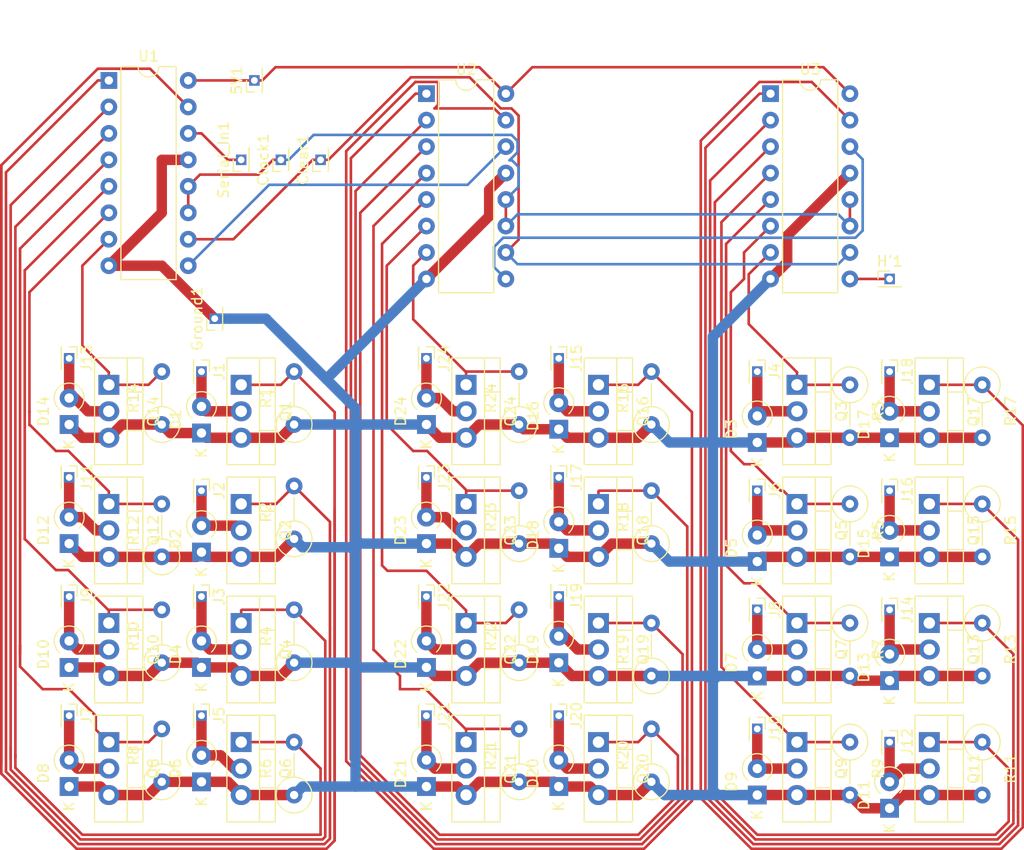
<source format=kicad_pcb>
(kicad_pcb (version 20171130) (host pcbnew "(5.1.2)-2")
  (layers (0 F.Cu signal) (31 B.Cu signal) (34 B.Paste user) (35 F.Paste user) (36 B.SilkS user) (37 F.SilkS user) (38 B.Mask user) (39 F.Mask user) (44 Edge.Cuts user))
  (net 0 "")
  (net 1 "Net-(D1-Pad2)")
  (net 2 "Net-(D2-Pad2)")
  (net 3 "Net-(D3-Pad2)")
  (net 4 "Net-(D4-Pad2)")
  (net 5 "Net-(D5-Pad2)")
  (net 6 "Net-(D6-Pad2)")
  (net 7 "Net-(D7-Pad2)")
  (net 8 "Net-(D8-Pad2)")
  (net 9 "Net-(D9-Pad2)")
  (net 10 "Net-(D10-Pad2)")
  (net 11 "Net-(D11-Pad2)")
  (net 12 "Net-(D12-Pad2)")
  (net 13 "Net-(D13-Pad2)")
  (net 14 "Net-(D14-Pad2)")
  (net 15 "Net-(D15-Pad2)")
  (net 16 "Net-(D16-Pad2)")
  (net 17 "Net-(D17-Pad2)")
  (net 18 "Net-(D18-Pad2)")
  (net 19 "Net-(D19-Pad2)")
  (net 20 "Net-(D20-Pad2)")
  (net 21 "Net-(D21-Pad2)")
  (net 22 "Net-(D22-Pad2)")
  (net 23 "Net-(D23-Pad2)")
  (net 24 "Net-(D24-Pad2)")
  (net 25 "Net-(Q1-Pad1)")
  (net 26 "Net-(Q2-Pad1)")
  (net 27 "Net-(Q3-Pad1)")
  (net 28 "Net-(Q4-Pad1)")
  (net 29 "Net-(Q5-Pad1)")
  (net 30 "Net-(Q6-Pad1)")
  (net 31 "Net-(Q7-Pad1)")
  (net 32 "Net-(Q8-Pad1)")
  (net 33 "Net-(Q9-Pad1)")
  (net 34 "Net-(Q10-Pad1)")
  (net 35 "Net-(Q11-Pad1)")
  (net 36 "Net-(Q12-Pad1)")
  (net 37 "Net-(Q13-Pad1)")
  (net 38 "Net-(Q14-Pad1)")
  (net 39 "Net-(Q15-Pad1)")
  (net 40 "Net-(Q16-Pad1)")
  (net 41 "Net-(Q17-Pad1)")
  (net 42 "Net-(Q18-Pad1)")
  (net 43 "Net-(Q19-Pad1)")
  (net 44 "Net-(Q20-Pad1)")
  (net 45 "Net-(Q21-Pad1)")
  (net 46 "Net-(Q22-Pad1)")
  (net 47 "Net-(Q23-Pad1)")
  (net 48 "Net-(Q24-Pad1)")
  (net 49 "Net-(U1-Pad9)")
  (net 50 "Net-(U2-Pad9)")
  (net 51 GND)
  (net 52 +1V5)
  (net 53 "Net-(Clear1-Pad1)")
  (net 54 "Net-(Clock1-Pad1)")
  (net 55 "Net-(Serial_In1-Pad1)")
  (net 56 "Net-(H'1-Pad1)")
  (module Resistor_THT:R_Axial_DIN0309_L9.0mm_D3.2mm_P5.08mm_Vertical (layer F.Cu) (at 29.21 82.55 90)
    (fp_text reference R8 (at 2.54 -2.72 90) (layer F.SilkS))
    (fp_text value 10k)
    (pad 2 thru_hole oval (at 5.08 0 90) (size 1.6 1.6) (drill 0.8) (layers *.Cu *.Mask) (net 32 "Net-(Q8-Pad1)"))
    (pad 1 thru_hole circle (at 0 0 90) (size 1.6 1.6) (drill 0.8) (layers *.Cu *.Mask) (net 51 GND))
  )
  (module Resistor_THT:R_Axial_DIN0309_L9.0mm_D3.2mm_P5.08mm_Vertical (layer F.Cu) (at 63.5 48.26 90)
    (fp_text reference R24 (at 2.54 -2.72 90) (layer F.SilkS))
    (fp_text value 10k)
    (pad 2 thru_hole oval (at 5.08 0 90) (size 1.6 1.6) (drill 0.8) (layers *.Cu *.Mask) (net 48 "Net-(Q24-Pad1)"))
    (pad 1 thru_hole circle (at 0 0 90) (size 1.6 1.6) (drill 0.8) (layers *.Cu *.Mask) (net 51 GND))
  )
  (module Resistor_THT:R_Axial_DIN0309_L9.0mm_D3.2mm_P5.08mm_Vertical (layer F.Cu) (at 63.5 59.69 90)
    (fp_text reference R23 (at 2.54 -2.72 90) (layer F.SilkS))
    (fp_text value 10k)
    (pad 2 thru_hole oval (at 5.08 0 90) (size 1.6 1.6) (drill 0.8) (layers *.Cu *.Mask) (net 47 "Net-(Q23-Pad1)"))
    (pad 1 thru_hole circle (at 0 0 90) (size 1.6 1.6) (drill 0.8) (layers *.Cu *.Mask) (net 51 GND))
  )
  (module Resistor_THT:R_Axial_DIN0309_L9.0mm_D3.2mm_P5.08mm_Vertical (layer F.Cu) (at 63.5 71.12 90)
    (fp_text reference R22 (at 2.54 -2.72 90) (layer F.SilkS))
    (fp_text value 10k)
    (pad 2 thru_hole oval (at 5.08 0 90) (size 1.6 1.6) (drill 0.8) (layers *.Cu *.Mask) (net 46 "Net-(Q22-Pad1)"))
    (pad 1 thru_hole circle (at 0 0 90) (size 1.6 1.6) (drill 0.8) (layers *.Cu *.Mask) (net 51 GND))
  )
  (module Resistor_THT:R_Axial_DIN0309_L9.0mm_D3.2mm_P5.08mm_Vertical (layer F.Cu) (at 63.5 82.55 90)
    (fp_text reference R21 (at 2.54 -2.72 90) (layer F.SilkS))
    (fp_text value 10k)
    (pad 2 thru_hole oval (at 5.08 0 90) (size 1.6 1.6) (drill 0.8) (layers *.Cu *.Mask) (net 45 "Net-(Q21-Pad1)"))
    (pad 1 thru_hole circle (at 0 0 90) (size 1.6 1.6) (drill 0.8) (layers *.Cu *.Mask) (net 51 GND))
  )
  (module Resistor_THT:R_Axial_DIN0309_L9.0mm_D3.2mm_P5.08mm_Vertical (layer F.Cu) (at 76.2 82.55 90)
    (fp_text reference R20 (at 2.54 -2.72 90) (layer F.SilkS))
    (fp_text value 10k)
    (pad 2 thru_hole oval (at 5.08 0 90) (size 1.6 1.6) (drill 0.8) (layers *.Cu *.Mask) (net 44 "Net-(Q20-Pad1)"))
    (pad 1 thru_hole circle (at 0 0 90) (size 1.6 1.6) (drill 0.8) (layers *.Cu *.Mask) (net 51 GND))
  )
  (module Resistor_THT:R_Axial_DIN0309_L9.0mm_D3.2mm_P5.08mm_Vertical (layer F.Cu) (at 76.2 72.39 90)
    (fp_text reference R19 (at 2.54 -2.72 90) (layer F.SilkS))
    (fp_text value 10k)
    (pad 2 thru_hole oval (at 5.08 0 90) (size 1.6 1.6) (drill 0.8) (layers *.Cu *.Mask) (net 43 "Net-(Q19-Pad1)"))
    (pad 1 thru_hole circle (at 0 0 90) (size 1.6 1.6) (drill 0.8) (layers *.Cu *.Mask) (net 51 GND))
  )
  (module Resistor_THT:R_Axial_DIN0309_L9.0mm_D3.2mm_P5.08mm_Vertical (layer F.Cu) (at 76.2 59.69 90)
    (fp_text reference R18 (at 2.54 -2.72 90) (layer F.SilkS))
    (fp_text value 10k)
    (pad 2 thru_hole oval (at 5.08 0 90) (size 1.6 1.6) (drill 0.8) (layers *.Cu *.Mask) (net 42 "Net-(Q18-Pad1)"))
    (pad 1 thru_hole circle (at 0 0 90) (size 1.6 1.6) (drill 0.8) (layers *.Cu *.Mask) (net 51 GND))
  )
  (module Resistor_THT:R_Axial_DIN0309_L9.0mm_D3.2mm_P5.08mm_Vertical (layer F.Cu) (at 107.95 44.45 270)
    (fp_text reference R17 (at 2.54 -2.72 90) (layer F.SilkS))
    (fp_text value 10k)
    (pad 2 thru_hole oval (at 5.08 0 270) (size 1.6 1.6) (drill 0.8) (layers *.Cu *.Mask) (net 51 GND))
    (pad 1 thru_hole circle (at 0 0 270) (size 1.6 1.6) (drill 0.8) (layers *.Cu *.Mask) (net 41 "Net-(Q17-Pad1)"))
  )
  (module Resistor_THT:R_Axial_DIN0309_L9.0mm_D3.2mm_P5.08mm_Vertical (layer F.Cu) (at 76.2 48.26 90)
    (fp_text reference R16 (at 2.54 -2.72 90) (layer F.SilkS))
    (fp_text value 10k)
    (pad 2 thru_hole oval (at 5.08 0 90) (size 1.6 1.6) (drill 0.8) (layers *.Cu *.Mask) (net 40 "Net-(Q16-Pad1)"))
    (pad 1 thru_hole circle (at 0 0 90) (size 1.6 1.6) (drill 0.8) (layers *.Cu *.Mask) (net 51 GND))
  )
  (module Resistor_THT:R_Axial_DIN0309_L9.0mm_D3.2mm_P5.08mm_Vertical (layer F.Cu) (at 107.95 55.88 270)
    (fp_text reference R15 (at 2.54 -2.72 90) (layer F.SilkS))
    (fp_text value 10k)
    (pad 2 thru_hole oval (at 5.08 0 270) (size 1.6 1.6) (drill 0.8) (layers *.Cu *.Mask) (net 51 GND))
    (pad 1 thru_hole circle (at 0 0 270) (size 1.6 1.6) (drill 0.8) (layers *.Cu *.Mask) (net 39 "Net-(Q15-Pad1)"))
  )
  (module Resistor_THT:R_Axial_DIN0309_L9.0mm_D3.2mm_P5.08mm_Vertical (layer F.Cu) (at 29.21 48.26 90)
    (fp_text reference R14 (at 2.54 -2.72 90) (layer F.SilkS))
    (fp_text value 10k)
    (pad 2 thru_hole oval (at 5.08 0 90) (size 1.6 1.6) (drill 0.8) (layers *.Cu *.Mask) (net 38 "Net-(Q14-Pad1)"))
    (pad 1 thru_hole circle (at 0 0 90) (size 1.6 1.6) (drill 0.8) (layers *.Cu *.Mask) (net 51 GND))
  )
  (module Resistor_THT:R_Axial_DIN0309_L9.0mm_D3.2mm_P5.08mm_Vertical (layer F.Cu) (at 107.95 67.31 270)
    (fp_text reference R13 (at 2.54 -2.72 90) (layer F.SilkS))
    (fp_text value 10k)
    (pad 2 thru_hole oval (at 5.08 0 270) (size 1.6 1.6) (drill 0.8) (layers *.Cu *.Mask) (net 51 GND))
    (pad 1 thru_hole circle (at 0 0 270) (size 1.6 1.6) (drill 0.8) (layers *.Cu *.Mask) (net 37 "Net-(Q13-Pad1)"))
  )
  (module Resistor_THT:R_Axial_DIN0309_L9.0mm_D3.2mm_P5.08mm_Vertical (layer F.Cu) (at 29.21 60.96 90)
    (fp_text reference R12 (at 2.54 -2.72 90) (layer F.SilkS))
    (fp_text value 10k)
    (pad 1 thru_hole circle (at 0 0 90) (size 1.6 1.6) (drill 0.8) (layers *.Cu *.Mask) (net 51 GND))
    (pad 2 thru_hole oval (at 5.08 0 90) (size 1.6 1.6) (drill 0.8) (layers *.Cu *.Mask) (net 36 "Net-(Q12-Pad1)"))
  )
  (module Resistor_THT:R_Axial_DIN0309_L9.0mm_D3.2mm_P5.08mm_Vertical (layer F.Cu) (at 107.95 78.74 270)
    (fp_text reference R11 (at 2.54 -2.72 90) (layer F.SilkS))
    (fp_text value 10k)
    (pad 2 thru_hole oval (at 5.08 0 270) (size 1.6 1.6) (drill 0.8) (layers *.Cu *.Mask) (net 51 GND))
    (pad 1 thru_hole circle (at 0 0 270) (size 1.6 1.6) (drill 0.8) (layers *.Cu *.Mask) (net 35 "Net-(Q11-Pad1)"))
  )
  (module Resistor_THT:R_Axial_DIN0309_L9.0mm_D3.2mm_P5.08mm_Vertical (layer F.Cu) (at 29.21 71.12 90)
    (fp_text reference R10 (at 2.54 -2.72 90) (layer F.SilkS))
    (fp_text value 10k)
    (pad 2 thru_hole oval (at 5.08 0 90) (size 1.6 1.6) (drill 0.8) (layers *.Cu *.Mask) (net 34 "Net-(Q10-Pad1)"))
    (pad 1 thru_hole circle (at 0 0 90) (size 1.6 1.6) (drill 0.8) (layers *.Cu *.Mask) (net 51 GND))
  )
  (module Resistor_THT:R_Axial_DIN0309_L9.0mm_D3.2mm_P5.08mm_Vertical (layer F.Cu) (at 95.25 78.74 270)
    (fp_text reference R9 (at 2.54 -2.72 90) (layer F.SilkS))
    (fp_text value 10k)
    (pad 2 thru_hole oval (at 5.08 0 270) (size 1.6 1.6) (drill 0.8) (layers *.Cu *.Mask) (net 51 GND))
    (pad 1 thru_hole circle (at 0 0 270) (size 1.6 1.6) (drill 0.8) (layers *.Cu *.Mask) (net 33 "Net-(Q9-Pad1)"))
  )
  (module Resistor_THT:R_Axial_DIN0309_L9.0mm_D3.2mm_P5.08mm_Vertical (layer F.Cu) (at 95.25 67.31 270)
    (fp_text reference R7 (at 2.54 -2.72 90) (layer F.SilkS))
    (fp_text value 10k)
    (pad 2 thru_hole oval (at 5.08 0 270) (size 1.6 1.6) (drill 0.8) (layers *.Cu *.Mask) (net 51 GND))
    (pad 1 thru_hole circle (at 0 0 270) (size 1.6 1.6) (drill 0.8) (layers *.Cu *.Mask) (net 31 "Net-(Q7-Pad1)"))
  )
  (module Resistor_THT:R_Axial_DIN0309_L9.0mm_D3.2mm_P5.08mm_Vertical (layer F.Cu) (at 41.91 83.82 90)
    (fp_text reference R6 (at 2.54 -2.72 90) (layer F.SilkS))
    (fp_text value 10k)
    (pad 2 thru_hole oval (at 5.08 0 90) (size 1.6 1.6) (drill 0.8) (layers *.Cu *.Mask) (net 30 "Net-(Q6-Pad1)"))
    (pad 1 thru_hole circle (at 0 0 90) (size 1.6 1.6) (drill 0.8) (layers *.Cu *.Mask) (net 51 GND))
  )
  (module Resistor_THT:R_Axial_DIN0309_L9.0mm_D3.2mm_P5.08mm_Vertical (layer F.Cu) (at 95.25 55.88 270)
    (fp_text reference R5 (at 2.54 -2.72 90) (layer F.SilkS))
    (fp_text value 10k)
    (pad 2 thru_hole oval (at 5.08 0 270) (size 1.6 1.6) (drill 0.8) (layers *.Cu *.Mask) (net 51 GND))
    (pad 1 thru_hole circle (at 0 0 270) (size 1.6 1.6) (drill 0.8) (layers *.Cu *.Mask) (net 29 "Net-(Q5-Pad1)"))
  )
  (module Resistor_THT:R_Axial_DIN0309_L9.0mm_D3.2mm_P5.08mm_Vertical (layer F.Cu) (at 41.91 71.12 90)
    (fp_text reference R4 (at 2.54 -2.72 90) (layer F.SilkS))
    (fp_text value 10k)
    (pad 2 thru_hole oval (at 5.08 0 90) (size 1.6 1.6) (drill 0.8) (layers *.Cu *.Mask) (net 28 "Net-(Q4-Pad1)"))
    (pad 1 thru_hole circle (at 0 0 90) (size 1.6 1.6) (drill 0.8) (layers *.Cu *.Mask) (net 51 GND))
  )
  (module Resistor_THT:R_Axial_DIN0309_L9.0mm_D3.2mm_P5.08mm_Vertical (layer F.Cu) (at 95.25 44.45 270)
    (fp_text reference R3 (at 2.54 -2.72 90) (layer F.SilkS))
    (fp_text value 10k)
    (pad 2 thru_hole oval (at 5.08 0 270) (size 1.6 1.6) (drill 0.8) (layers *.Cu *.Mask) (net 51 GND))
    (pad 1 thru_hole circle (at 0 0 270) (size 1.6 1.6) (drill 0.8) (layers *.Cu *.Mask) (net 27 "Net-(Q3-Pad1)"))
  )
  (module Resistor_THT:R_Axial_DIN0309_L9.0mm_D3.2mm_P5.08mm_Vertical (layer F.Cu) (at 41.91 59.2375 90)
    (fp_text reference R2 (at 2.54 -2.72 90) (layer F.SilkS))
    (fp_text value 10k)
    (pad 2 thru_hole oval (at 5.08 0 90) (size 1.6 1.6) (drill 0.8) (layers *.Cu *.Mask) (net 26 "Net-(Q2-Pad1)"))
    (pad 1 thru_hole circle (at 0 0 90) (size 1.6 1.6) (drill 0.8) (layers *.Cu *.Mask) (net 51 GND))
  )
  (module Resistor_THT:R_Axial_DIN0309_L9.0mm_D3.2mm_P5.08mm_Vertical (layer F.Cu) (at 41.91 48.26 90)
    (fp_text reference R1 (at 2.54 -2.72 90) (layer F.SilkS))
    (fp_text value 10k)
    (pad 2 thru_hole oval (at 5.08 0 90) (size 1.6 1.6) (drill 0.8) (layers *.Cu *.Mask) (net 25 "Net-(Q1-Pad1)"))
    (pad 1 thru_hole circle (at 0 0 90) (size 1.6 1.6) (drill 0.8) (layers *.Cu *.Mask) (net 51 GND))
  )
  (module Diode_THT:D_A-405_P2.54mm_Vertical_KathodeUp (layer F.Cu) (at 54.61 48.26 90)
    (fp_text reference D24 (at 1.27 -2.47 90) (layer F.SilkS))
    (fp_text value DIODE)
    (fp_text user K (at -1.9 0 90) (layer F.SilkS))
    (pad 2 thru_hole oval (at 2.54 0 90) (size 1.8 1.8) (drill 0.9) (layers *.Cu *.Mask) (net 24 "Net-(D24-Pad2)"))
    (pad 1 thru_hole rect (at 0 0 90) (size 1.8 1.8) (drill 0.9) (layers *.Cu *.Mask) (net 51 GND))
  )
  (module Diode_THT:D_A-405_P2.54mm_Vertical_KathodeUp (layer F.Cu) (at 54.61 59.69 90)
    (fp_text reference D23 (at 1.27 -2.47 90) (layer F.SilkS))
    (fp_text value DIODE)
    (fp_text user K (at -1.9 0 90) (layer F.SilkS))
    (pad 2 thru_hole oval (at 2.54 0 90) (size 1.8 1.8) (drill 0.9) (layers *.Cu *.Mask) (net 23 "Net-(D23-Pad2)"))
    (pad 1 thru_hole rect (at 0 0 90) (size 1.8 1.8) (drill 0.9) (layers *.Cu *.Mask) (net 51 GND))
  )
  (module Diode_THT:D_A-405_P2.54mm_Vertical_KathodeUp (layer F.Cu) (at 54.61 71.5725 90)
    (fp_text reference D22 (at 1.27 -2.47 90) (layer F.SilkS))
    (fp_text value DIODE)
    (fp_text user K (at -1.9 0 90) (layer F.SilkS))
    (pad 2 thru_hole oval (at 2.54 0 90) (size 1.8 1.8) (drill 0.9) (layers *.Cu *.Mask) (net 22 "Net-(D22-Pad2)"))
    (pad 1 thru_hole rect (at 0 0 90) (size 1.8 1.8) (drill 0.9) (layers *.Cu *.Mask) (net 51 GND))
  )
  (module Diode_THT:D_A-405_P2.54mm_Vertical_KathodeUp (layer F.Cu) (at 54.61 83.0025 90)
    (fp_text reference D21 (at 1.27 -2.47 90) (layer F.SilkS))
    (fp_text value DIODE)
    (fp_text user K (at -1.9 0 90) (layer F.SilkS))
    (pad 2 thru_hole oval (at 2.54 0 90) (size 1.8 1.8) (drill 0.9) (layers *.Cu *.Mask) (net 21 "Net-(D21-Pad2)"))
    (pad 1 thru_hole rect (at 0 0 90) (size 1.8 1.8) (drill 0.9) (layers *.Cu *.Mask) (net 51 GND))
  )
  (module Diode_THT:D_A-405_P2.54mm_Vertical_KathodeUp (layer F.Cu) (at 67.31 83.0025 90)
    (fp_text reference D20 (at 1.27 -2.47 90) (layer F.SilkS))
    (fp_text value DIODE)
    (fp_text user K (at -1.9 0 90) (layer F.SilkS))
    (pad 2 thru_hole oval (at 2.54 0 90) (size 1.8 1.8) (drill 0.9) (layers *.Cu *.Mask) (net 20 "Net-(D20-Pad2)"))
    (pad 1 thru_hole rect (at 0 0 90) (size 1.8 1.8) (drill 0.9) (layers *.Cu *.Mask) (net 51 GND))
  )
  (module Diode_THT:D_A-405_P2.54mm_Vertical_KathodeUp (layer F.Cu) (at 67.31 71.12 90)
    (fp_text reference D19 (at 1.27 -2.47 90) (layer F.SilkS))
    (fp_text value DIODE)
    (fp_text user K (at -1.9 0 90) (layer F.SilkS))
    (pad 2 thru_hole oval (at 2.54 0 90) (size 1.8 1.8) (drill 0.9) (layers *.Cu *.Mask) (net 19 "Net-(D19-Pad2)"))
    (pad 1 thru_hole rect (at 0 0 90) (size 1.8 1.8) (drill 0.9) (layers *.Cu *.Mask) (net 51 GND))
  )
  (module Diode_THT:D_A-405_P2.54mm_Vertical_KathodeUp (layer F.Cu) (at 67.31 60.1425 90)
    (fp_text reference D18 (at 1.27 -2.47 90) (layer F.SilkS))
    (fp_text value DIODE)
    (fp_text user K (at -1.9 0 90) (layer F.SilkS))
    (pad 2 thru_hole oval (at 2.54 0 90) (size 1.8 1.8) (drill 0.9) (layers *.Cu *.Mask) (net 18 "Net-(D18-Pad2)"))
    (pad 1 thru_hole rect (at 0 0 90) (size 1.8 1.8) (drill 0.9) (layers *.Cu *.Mask) (net 51 GND))
  )
  (module Diode_THT:D_A-405_P2.54mm_Vertical_KathodeUp (layer F.Cu) (at 99.06 49.53 90)
    (fp_text reference D17 (at 1.27 -2.47 90) (layer F.SilkS))
    (fp_text value DIODE)
    (fp_text user K (at -1.9 0 90) (layer F.SilkS))
    (pad 2 thru_hole oval (at 2.54 0 90) (size 1.8 1.8) (drill 0.9) (layers *.Cu *.Mask) (net 17 "Net-(D17-Pad2)"))
    (pad 1 thru_hole rect (at 0 0 90) (size 1.8 1.8) (drill 0.9) (layers *.Cu *.Mask) (net 51 GND))
  )
  (module Diode_THT:D_A-405_P2.54mm_Vertical_KathodeUp (layer F.Cu) (at 67.31 48.7125 90)
    (fp_text reference D16 (at 1.27 -2.47 90) (layer F.SilkS))
    (fp_text value DIODE)
    (fp_text user K (at -1.9 0 90) (layer F.SilkS))
    (pad 2 thru_hole oval (at 2.54 0 90) (size 1.8 1.8) (drill 0.9) (layers *.Cu *.Mask) (net 16 "Net-(D16-Pad2)"))
    (pad 1 thru_hole rect (at 0 0 90) (size 1.8 1.8) (drill 0.9) (layers *.Cu *.Mask) (net 51 GND))
  )
  (module Diode_THT:D_A-405_P2.54mm_Vertical_KathodeUp (layer F.Cu) (at 99.06 60.96 90)
    (fp_text reference D15 (at 1.27 -2.47 90) (layer F.SilkS))
    (fp_text value DIODE)
    (fp_text user K (at -1.9 0 90) (layer F.SilkS))
    (pad 2 thru_hole oval (at 2.54 0 90) (size 1.8 1.8) (drill 0.9) (layers *.Cu *.Mask) (net 15 "Net-(D15-Pad2)"))
    (pad 1 thru_hole rect (at 0 0 90) (size 1.8 1.8) (drill 0.9) (layers *.Cu *.Mask) (net 51 GND))
  )
  (module Diode_THT:D_A-405_P2.54mm_Vertical_KathodeUp (layer F.Cu) (at 20.32 48.26 90)
    (fp_text reference D14 (at 1.27 -2.47 90) (layer F.SilkS))
    (fp_text value DIODE)
    (fp_text user K (at -1.9 0 90) (layer F.SilkS))
    (pad 2 thru_hole oval (at 2.54 0 90) (size 1.8 1.8) (drill 0.9) (layers *.Cu *.Mask) (net 14 "Net-(D14-Pad2)"))
    (pad 1 thru_hole rect (at 0 0 90) (size 1.8 1.8) (drill 0.9) (layers *.Cu *.Mask) (net 51 GND))
  )
  (module Diode_THT:D_A-405_P2.54mm_Vertical_KathodeUp (layer F.Cu) (at 99.06 72.8425 90)
    (fp_text reference D13 (at 1.27 -2.47 90) (layer F.SilkS))
    (fp_text value DIODE)
    (fp_text user K (at -1.9 0 90) (layer F.SilkS))
    (pad 2 thru_hole oval (at 2.54 0 90) (size 1.8 1.8) (drill 0.9) (layers *.Cu *.Mask) (net 13 "Net-(D13-Pad2)"))
    (pad 1 thru_hole rect (at 0 0 90) (size 1.8 1.8) (drill 0.9) (layers *.Cu *.Mask) (net 51 GND))
  )
  (module Diode_THT:D_A-405_P2.54mm_Vertical_KathodeUp (layer F.Cu) (at 20.32 59.69 90)
    (fp_text reference D12 (at 1.27 -2.47 90) (layer F.SilkS))
    (fp_text value DIODE)
    (fp_text user K (at -1.9 0 90) (layer F.SilkS))
    (pad 1 thru_hole rect (at 0 0 90) (size 1.8 1.8) (drill 0.9) (layers *.Cu *.Mask) (net 51 GND))
    (pad 2 thru_hole oval (at 2.54 0 90) (size 1.8 1.8) (drill 0.9) (layers *.Cu *.Mask) (net 12 "Net-(D12-Pad2)"))
  )
  (module Diode_THT:D_A-405_P2.54mm_Vertical_KathodeUp (layer F.Cu) (at 99.06 85.09 90)
    (fp_text reference D11 (at 1.27 -2.47 90) (layer F.SilkS))
    (fp_text value DIODE)
    (fp_text user K (at -1.9 0 90) (layer F.SilkS))
    (pad 2 thru_hole oval (at 2.54 0 90) (size 1.8 1.8) (drill 0.9) (layers *.Cu *.Mask) (net 11 "Net-(D11-Pad2)"))
    (pad 1 thru_hole rect (at 0 0 90) (size 1.8 1.8) (drill 0.9) (layers *.Cu *.Mask) (net 51 GND))
  )
  (module Diode_THT:D_A-405_P2.54mm_Vertical_KathodeUp (layer F.Cu) (at 20.32 71.5725 90)
    (fp_text reference D10 (at 1.27 -2.47 90) (layer F.SilkS))
    (fp_text value DIODE)
    (fp_text user K (at -1.9 0 90) (layer F.SilkS))
    (pad 2 thru_hole oval (at 2.54 0 90) (size 1.8 1.8) (drill 0.9) (layers *.Cu *.Mask) (net 10 "Net-(D10-Pad2)"))
    (pad 1 thru_hole rect (at 0 0 90) (size 1.8 1.8) (drill 0.9) (layers *.Cu *.Mask) (net 51 GND))
  )
  (module Diode_THT:D_A-405_P2.54mm_Vertical_KathodeUp (layer F.Cu) (at 86.36 83.82 90)
    (fp_text reference D9 (at 1.27 -2.47 90) (layer F.SilkS))
    (fp_text value DIODE)
    (fp_text user K (at -1.9 0 90) (layer F.SilkS))
    (pad 2 thru_hole oval (at 2.54 0 90) (size 1.8 1.8) (drill 0.9) (layers *.Cu *.Mask) (net 9 "Net-(D9-Pad2)"))
    (pad 1 thru_hole rect (at 0 0 90) (size 1.8 1.8) (drill 0.9) (layers *.Cu *.Mask) (net 51 GND))
  )
  (module Diode_THT:D_A-405_P2.54mm_Vertical_KathodeUp (layer F.Cu) (at 20.32 83.0025 90)
    (fp_text reference D8 (at 1.27 -2.47 90) (layer F.SilkS))
    (fp_text value DIODE)
    (fp_text user K (at -1.9 0 90) (layer F.SilkS))
    (pad 2 thru_hole oval (at 2.54 0 90) (size 1.8 1.8) (drill 0.9) (layers *.Cu *.Mask) (net 8 "Net-(D8-Pad2)"))
    (pad 1 thru_hole rect (at 0 0 90) (size 1.8 1.8) (drill 0.9) (layers *.Cu *.Mask) (net 51 GND))
  )
  (module Diode_THT:D_A-405_P2.54mm_Vertical_KathodeUp (layer F.Cu) (at 86.36 72.39 90)
    (fp_text reference D7 (at 1.27 -2.47 90) (layer F.SilkS))
    (fp_text value DIODE)
    (fp_text user K (at -1.9 0 90) (layer F.SilkS))
    (pad 2 thru_hole oval (at 2.54 0 90) (size 1.8 1.8) (drill 0.9) (layers *.Cu *.Mask) (net 7 "Net-(D7-Pad2)"))
    (pad 1 thru_hole rect (at 0 0 90) (size 1.8 1.8) (drill 0.9) (layers *.Cu *.Mask) (net 51 GND))
  )
  (module Diode_THT:D_A-405_P2.54mm_Vertical_KathodeUp (layer F.Cu) (at 33.02 82.55 90)
    (fp_text reference D6 (at 1.27 -2.47 90) (layer F.SilkS))
    (fp_text value DIODE)
    (fp_text user K (at -1.9 0 90) (layer F.SilkS))
    (pad 2 thru_hole oval (at 2.54 0 90) (size 1.8 1.8) (drill 0.9) (layers *.Cu *.Mask) (net 6 "Net-(D6-Pad2)"))
    (pad 1 thru_hole rect (at 0 0 90) (size 1.8 1.8) (drill 0.9) (layers *.Cu *.Mask) (net 51 GND))
  )
  (module Diode_THT:D_A-405_P2.54mm_Vertical_KathodeUp (layer F.Cu) (at 86.36 61.4125 90)
    (fp_text reference D5 (at 1.27 -2.47 90) (layer F.SilkS))
    (fp_text value DIODE)
    (fp_text user K (at -1.9 0 90) (layer F.SilkS))
    (pad 2 thru_hole oval (at 2.54 0 90) (size 1.8 1.8) (drill 0.9) (layers *.Cu *.Mask) (net 5 "Net-(D5-Pad2)"))
    (pad 1 thru_hole rect (at 0 0 90) (size 1.8 1.8) (drill 0.9) (layers *.Cu *.Mask) (net 51 GND))
  )
  (module Diode_THT:D_A-405_P2.54mm_Vertical_KathodeUp (layer F.Cu) (at 33.02 71.5725 90)
    (fp_text reference D4 (at 1.27 -2.47 90) (layer F.SilkS))
    (fp_text value DIODE)
    (fp_text user K (at -1.9 0 90) (layer F.SilkS))
    (pad 1 thru_hole rect (at 0 0 90) (size 1.8 1.8) (drill 0.9) (layers *.Cu *.Mask) (net 51 GND))
    (pad 2 thru_hole oval (at 2.54 0 90) (size 1.8 1.8) (drill 0.9) (layers *.Cu *.Mask) (net 4 "Net-(D4-Pad2)"))
  )
  (module Diode_THT:D_A-405_P2.54mm_Vertical_KathodeUp (layer F.Cu) (at 86.36 49.9825 90)
    (fp_text reference D3 (at 1.27 -2.47 90) (layer F.SilkS))
    (fp_text value DIODE)
    (fp_text user K (at -1.9 0 90) (layer F.SilkS))
    (pad 2 thru_hole oval (at 2.54 0 90) (size 1.8 1.8) (drill 0.9) (layers *.Cu *.Mask) (net 3 "Net-(D3-Pad2)"))
    (pad 1 thru_hole rect (at 0 0 90) (size 1.8 1.8) (drill 0.9) (layers *.Cu *.Mask) (net 51 GND))
  )
  (module Diode_THT:D_A-405_P2.54mm_Vertical_KathodeUp (layer F.Cu) (at 33.02 60.5075 90)
    (fp_text reference D2 (at 1.27 -2.47 90) (layer F.SilkS))
    (fp_text value DIODE)
    (fp_text user K (at -1.9 0 90) (layer F.SilkS))
    (pad 2 thru_hole oval (at 2.54 0 90) (size 1.8 1.8) (drill 0.9) (layers *.Cu *.Mask) (net 2 "Net-(D2-Pad2)"))
    (pad 1 thru_hole rect (at 0 0 90) (size 1.8 1.8) (drill 0.9) (layers *.Cu *.Mask) (net 51 GND))
  )
  (module Diode_THT:D_A-405_P2.54mm_Vertical_KathodeUp (layer F.Cu) (at 33.02 49.0775 90)
    (fp_text reference D1 (at 1.27 -2.47 90) (layer F.SilkS))
    (fp_text value DIODE)
    (fp_text user K (at -1.9 0 90) (layer F.SilkS))
    (pad 2 thru_hole oval (at 2.54 0 90) (size 1.8 1.8) (drill 0.9) (layers *.Cu *.Mask) (net 1 "Net-(D1-Pad2)"))
    (pad 1 thru_hole rect (at 0 0 90) (size 1.8 1.8) (drill 0.9) (layers *.Cu *.Mask) (net 51 GND))
  )
  (module Connector_PinHeader_1.27mm:PinHeader_1x01_P1.27mm_Vertical (layer F.Cu) (at 99.06 34.29)
    (fp_text reference H'1 (at 0 -1.695) (layer F.SilkS))
    (fp_text value Conn_01x01_Female)
    (pad 1 thru_hole rect (at 0 0) (size 1 1) (drill 0.65) (layers *.Cu *.Mask) (net 56 "Net-(H'1-Pad1)"))
  )
  (module Connector_PinHeader_1.27mm:PinHeader_1x01_P1.27mm_Vertical (layer F.Cu) (at 44.45 22.86 90)
    (fp_text reference Clear1 (at 0 -1.695 90) (layer F.SilkS))
    (fp_text value Conn_01x01_Female)
    (pad 1 thru_hole rect (at 0 0 90) (size 1 1) (drill 0.65) (layers *.Cu *.Mask) (net 53 "Net-(Clear1-Pad1)"))
  )
  (module Connector_PinHeader_1.27mm:PinHeader_1x01_P1.27mm_Vertical (layer F.Cu) (at 38.1 15.24 90)
    (fp_text reference 5V1 (at 0 -1.695 90) (layer F.SilkS))
    (fp_text value Conn_01x01_Female)
    (pad 1 thru_hole rect (at 0 0 90) (size 1 1) (drill 0.65) (layers *.Cu *.Mask) (net 52 +1V5))
  )
  (module Connector_PinHeader_1.27mm:PinHeader_1x01_P1.27mm_Vertical (layer F.Cu) (at 40.64 22.86 90)
    (fp_text reference Clock1 (at 0 -1.695 90) (layer F.SilkS))
    (fp_text value Conn_01x01_Female)
    (pad 1 thru_hole rect (at 0 0 90) (size 1 1) (drill 0.65) (layers *.Cu *.Mask) (net 54 "Net-(Clock1-Pad1)"))
  )
  (module Connector_PinHeader_1.27mm:PinHeader_1x01_P1.27mm_Vertical (layer F.Cu) (at 34.29 38.1 90)
    (fp_text reference Ground1 (at 0 -1.695 90) (layer F.SilkS))
    (fp_text value Conn_01x01_Female)
    (pad 1 thru_hole rect (at 0 0 90) (size 1 1) (drill 0.65) (layers *.Cu *.Mask) (net 51 GND))
  )
  (module Connector_PinHeader_1.27mm:PinHeader_1x01_P1.27mm_Vertical (layer F.Cu) (at 36.83 22.86 90)
    (fp_text reference Serial_In1 (at 0 -1.695 90) (layer F.SilkS))
    (fp_text value Conn_01x01_Female)
    (pad 1 thru_hole rect (at 0 0 90) (size 1 1) (drill 0.65) (layers *.Cu *.Mask) (net 55 "Net-(Serial_In1-Pad1)"))
  )
  (module Package_TO_SOT_THT:TO-220-3_Vertical (layer F.Cu) (at 58.42 55.88 270)
    (fp_text reference Q23 (at 2.54 -4.27 90) (layer F.SilkS))
    (fp_text value IRLZ44N)
    (pad 3 thru_hole oval (at 5.08 0 270) (size 1.905 2) (drill 1.1) (layers *.Cu *.Mask) (net 51 GND))
    (pad 2 thru_hole oval (at 2.54 0 270) (size 1.905 2) (drill 1.1) (layers *.Cu *.Mask) (net 23 "Net-(D23-Pad2)"))
    (pad 1 thru_hole rect (at 0 0 270) (size 1.905 2) (drill 1.1) (layers *.Cu *.Mask) (net 47 "Net-(Q23-Pad1)"))
  )
  (module Package_DIP:DIP-16_W7.62mm (layer F.Cu) (at 24.13 15.24)
    (fp_text reference U1 (at 3.81 -2.33) (layer F.SilkS))
    (fp_text value 74HC595)
    (pad 16 thru_hole oval (at 7.62 0) (size 1.6 1.6) (drill 0.8) (layers *.Cu *.Mask) (net 52 +1V5))
    (pad 8 thru_hole oval (at 0 17.78) (size 1.6 1.6) (drill 0.8) (layers *.Cu *.Mask) (net 51 GND))
    (pad 15 thru_hole oval (at 7.62 2.54) (size 1.6 1.6) (drill 0.8) (layers *.Cu *.Mask) (net 25 "Net-(Q1-Pad1)"))
    (pad 7 thru_hole oval (at 0 15.24) (size 1.6 1.6) (drill 0.8) (layers *.Cu *.Mask) (net 38 "Net-(Q14-Pad1)"))
    (pad 14 thru_hole oval (at 7.62 5.08) (size 1.6 1.6) (drill 0.8) (layers *.Cu *.Mask) (net 55 "Net-(Serial_In1-Pad1)"))
    (pad 6 thru_hole oval (at 0 12.7) (size 1.6 1.6) (drill 0.8) (layers *.Cu *.Mask) (net 36 "Net-(Q12-Pad1)"))
    (pad 13 thru_hole oval (at 7.62 7.62) (size 1.6 1.6) (drill 0.8) (layers *.Cu *.Mask) (net 51 GND))
    (pad 5 thru_hole oval (at 0 10.16) (size 1.6 1.6) (drill 0.8) (layers *.Cu *.Mask) (net 34 "Net-(Q10-Pad1)"))
    (pad 12 thru_hole oval (at 7.62 10.16) (size 1.6 1.6) (drill 0.8) (layers *.Cu *.Mask) (net 54 "Net-(Clock1-Pad1)"))
    (pad 4 thru_hole oval (at 0 7.62) (size 1.6 1.6) (drill 0.8) (layers *.Cu *.Mask) (net 32 "Net-(Q8-Pad1)"))
    (pad 11 thru_hole oval (at 7.62 12.7) (size 1.6 1.6) (drill 0.8) (layers *.Cu *.Mask) (net 54 "Net-(Clock1-Pad1)"))
    (pad 3 thru_hole oval (at 0 5.08) (size 1.6 1.6) (drill 0.8) (layers *.Cu *.Mask) (net 30 "Net-(Q6-Pad1)"))
    (pad 10 thru_hole oval (at 7.62 15.24) (size 1.6 1.6) (drill 0.8) (layers *.Cu *.Mask) (net 53 "Net-(Clear1-Pad1)"))
    (pad 2 thru_hole oval (at 0 2.54) (size 1.6 1.6) (drill 0.8) (layers *.Cu *.Mask) (net 28 "Net-(Q4-Pad1)"))
    (pad 9 thru_hole oval (at 7.62 17.78) (size 1.6 1.6) (drill 0.8) (layers *.Cu *.Mask) (net 49 "Net-(U1-Pad9)"))
    (pad 1 thru_hole rect (at 0 0) (size 1.6 1.6) (drill 0.8) (layers *.Cu *.Mask) (net 26 "Net-(Q2-Pad1)"))
  )
  (module Package_DIP:DIP-16_W7.62mm (layer F.Cu) (at 54.61 16.51)
    (fp_text reference U2 (at 3.81 -2.33) (layer F.SilkS))
    (fp_text value 74HC595)
    (pad 16 thru_hole oval (at 7.62 0) (size 1.6 1.6) (drill 0.8) (layers *.Cu *.Mask) (net 52 +1V5))
    (pad 8 thru_hole oval (at 0 17.78) (size 1.6 1.6) (drill 0.8) (layers *.Cu *.Mask) (net 51 GND))
    (pad 15 thru_hole oval (at 7.62 2.54) (size 1.6 1.6) (drill 0.8) (layers *.Cu *.Mask) (net 40 "Net-(Q16-Pad1)"))
    (pad 7 thru_hole oval (at 0 15.24) (size 1.6 1.6) (drill 0.8) (layers *.Cu *.Mask) (net 48 "Net-(Q24-Pad1)"))
    (pad 14 thru_hole oval (at 7.62 5.08) (size 1.6 1.6) (drill 0.8) (layers *.Cu *.Mask) (net 49 "Net-(U1-Pad9)"))
    (pad 6 thru_hole oval (at 0 12.7) (size 1.6 1.6) (drill 0.8) (layers *.Cu *.Mask) (net 47 "Net-(Q23-Pad1)"))
    (pad 13 thru_hole oval (at 7.62 7.62) (size 1.6 1.6) (drill 0.8) (layers *.Cu *.Mask) (net 51 GND))
    (pad 5 thru_hole oval (at 0 10.16) (size 1.6 1.6) (drill 0.8) (layers *.Cu *.Mask) (net 46 "Net-(Q22-Pad1)"))
    (pad 12 thru_hole oval (at 7.62 10.16) (size 1.6 1.6) (drill 0.8) (layers *.Cu *.Mask) (net 54 "Net-(Clock1-Pad1)"))
    (pad 4 thru_hole oval (at 0 7.62) (size 1.6 1.6) (drill 0.8) (layers *.Cu *.Mask) (net 45 "Net-(Q21-Pad1)"))
    (pad 11 thru_hole oval (at 7.62 12.7) (size 1.6 1.6) (drill 0.8) (layers *.Cu *.Mask) (net 54 "Net-(Clock1-Pad1)"))
    (pad 3 thru_hole oval (at 0 5.08) (size 1.6 1.6) (drill 0.8) (layers *.Cu *.Mask) (net 44 "Net-(Q20-Pad1)"))
    (pad 10 thru_hole oval (at 7.62 15.24) (size 1.6 1.6) (drill 0.8) (layers *.Cu *.Mask) (net 53 "Net-(Clear1-Pad1)"))
    (pad 2 thru_hole oval (at 0 2.54) (size 1.6 1.6) (drill 0.8) (layers *.Cu *.Mask) (net 43 "Net-(Q19-Pad1)"))
    (pad 9 thru_hole oval (at 7.62 17.78) (size 1.6 1.6) (drill 0.8) (layers *.Cu *.Mask) (net 50 "Net-(U2-Pad9)"))
    (pad 1 thru_hole rect (at 0 0) (size 1.6 1.6) (drill 0.8) (layers *.Cu *.Mask) (net 42 "Net-(Q18-Pad1)"))
  )
  (module Connector_PinHeader_1.27mm:PinHeader_1x01_P1.27mm_Vertical (layer F.Cu) (at 99.06 78.74 270)
    (fp_text reference J12 (at 0 -1.695 90) (layer F.SilkS))
    (fp_text value Conn_01x01_Female)
    (pad 1 thru_hole rect (at 0 0 270) (size 1 1) (drill 0.65) (layers *.Cu *.Mask) (net 11 "Net-(D11-Pad2)"))
  )
  (module Connector_PinHeader_1.27mm:PinHeader_1x01_P1.27mm_Vertical (layer F.Cu) (at 54.61 41.91 270)
    (fp_text reference J24 (at 0 -1.695 90) (layer F.SilkS))
    (fp_text value Conn_01x01_Female)
    (pad 1 thru_hole rect (at 0 0 270) (size 1 1) (drill 0.65) (layers *.Cu *.Mask) (net 24 "Net-(D24-Pad2)"))
  )
  (module Connector_PinHeader_1.27mm:PinHeader_1x01_P1.27mm_Vertical (layer F.Cu) (at 54.61 53.34 270)
    (fp_text reference J23 (at 0 -1.695 90) (layer F.SilkS))
    (fp_text value Conn_01x01_Female)
    (pad 1 thru_hole rect (at 0 0 270) (size 1 1) (drill 0.65) (layers *.Cu *.Mask) (net 23 "Net-(D23-Pad2)"))
  )
  (module Connector_PinHeader_1.27mm:PinHeader_1x01_P1.27mm_Vertical (layer F.Cu) (at 54.61 64.77 270)
    (fp_text reference J22 (at 0 -1.695 90) (layer F.SilkS))
    (fp_text value Conn_01x01_Female)
    (pad 1 thru_hole rect (at 0 0 270) (size 1 1) (drill 0.65) (layers *.Cu *.Mask) (net 22 "Net-(D22-Pad2)"))
  )
  (module Connector_PinHeader_1.27mm:PinHeader_1x01_P1.27mm_Vertical (layer F.Cu) (at 54.61 76.2 270)
    (fp_text reference J21 (at 0 -1.695 90) (layer F.SilkS))
    (fp_text value Conn_01x01_Female)
    (pad 1 thru_hole rect (at 0 0 270) (size 1 1) (drill 0.65) (layers *.Cu *.Mask) (net 21 "Net-(D21-Pad2)"))
  )
  (module Connector_PinHeader_1.27mm:PinHeader_1x01_P1.27mm_Vertical (layer F.Cu) (at 67.31 76.2 270)
    (fp_text reference J20 (at 0 -1.695 90) (layer F.SilkS))
    (fp_text value Conn_01x01_Female)
    (pad 1 thru_hole rect (at 0 0 270) (size 1 1) (drill 0.65) (layers *.Cu *.Mask) (net 20 "Net-(D20-Pad2)"))
  )
  (module Connector_PinHeader_1.27mm:PinHeader_1x01_P1.27mm_Vertical (layer F.Cu) (at 67.31 64.77 270)
    (fp_text reference J19 (at 0 -1.695 90) (layer F.SilkS))
    (fp_text value Conn_01x01_Female)
    (pad 1 thru_hole rect (at 0 0 270) (size 1 1) (drill 0.65) (layers *.Cu *.Mask) (net 19 "Net-(D19-Pad2)"))
  )
  (module Connector_PinHeader_1.27mm:PinHeader_1x01_P1.27mm_Vertical (layer F.Cu) (at 99.06 43.18 270)
    (fp_text reference J18 (at 0 -1.695 90) (layer F.SilkS))
    (fp_text value Conn_01x01_Female)
    (pad 1 thru_hole rect (at 0 0 270) (size 1 1) (drill 0.65) (layers *.Cu *.Mask) (net 17 "Net-(D17-Pad2)"))
  )
  (module Connector_PinHeader_1.27mm:PinHeader_1x01_P1.27mm_Vertical (layer F.Cu) (at 67.31 53.34 270)
    (fp_text reference J17 (at 0 -1.695 90) (layer F.SilkS))
    (fp_text value Conn_01x01_Female)
    (pad 1 thru_hole rect (at 0 0 270) (size 1 1) (drill 0.65) (layers *.Cu *.Mask) (net 18 "Net-(D18-Pad2)"))
  )
  (module Connector_PinHeader_1.27mm:PinHeader_1x01_P1.27mm_Vertical (layer F.Cu) (at 99.06 54.61 270)
    (fp_text reference J16 (at 0 -1.695 90) (layer F.SilkS))
    (fp_text value Conn_01x01_Female)
    (pad 1 thru_hole rect (at 0 0 270) (size 1 1) (drill 0.65) (layers *.Cu *.Mask) (net 15 "Net-(D15-Pad2)"))
  )
  (module Connector_PinHeader_1.27mm:PinHeader_1x01_P1.27mm_Vertical (layer F.Cu) (at 67.31 41.91 270)
    (fp_text reference J15 (at 0 -1.695 90) (layer F.SilkS))
    (fp_text value Conn_01x01_Female)
    (pad 1 thru_hole rect (at 0 0 270) (size 1 1) (drill 0.65) (layers *.Cu *.Mask) (net 16 "Net-(D16-Pad2)"))
  )
  (module Connector_PinHeader_1.27mm:PinHeader_1x01_P1.27mm_Vertical (layer F.Cu) (at 99.06 66.04 270)
    (fp_text reference J14 (at 0 -1.695 90) (layer F.SilkS))
    (fp_text value Conn_01x01_Female)
    (pad 1 thru_hole rect (at 0 0 270) (size 1 1) (drill 0.65) (layers *.Cu *.Mask) (net 13 "Net-(D13-Pad2)"))
  )
  (module Connector_PinHeader_1.27mm:PinHeader_1x01_P1.27mm_Vertical (layer F.Cu) (at 20.32 41.91 270)
    (fp_text reference J13 (at 0 -1.695 90) (layer F.SilkS))
    (fp_text value Conn_01x01_Female)
    (pad 1 thru_hole rect (at 0 0 270) (size 1 1) (drill 0.65) (layers *.Cu *.Mask) (net 14 "Net-(D14-Pad2)"))
  )
  (module Connector_PinHeader_1.27mm:PinHeader_1x01_P1.27mm_Vertical (layer F.Cu) (at 20.32 53.34 270)
    (fp_text reference J11 (at 0 -1.695 90) (layer F.SilkS))
    (fp_text value Conn_01x01_Female)
    (pad 1 thru_hole rect (at 0 0 270) (size 1 1) (drill 0.65) (layers *.Cu *.Mask) (net 12 "Net-(D12-Pad2)"))
  )
  (module Connector_PinHeader_1.27mm:PinHeader_1x01_P1.27mm_Vertical (layer F.Cu) (at 86.36 77.47 270)
    (fp_text reference J10 (at 0 -1.695 90) (layer F.SilkS))
    (fp_text value Conn_01x01_Female)
    (pad 1 thru_hole rect (at 0 0 270) (size 1 1) (drill 0.65) (layers *.Cu *.Mask) (net 9 "Net-(D9-Pad2)"))
  )
  (module Connector_PinHeader_1.27mm:PinHeader_1x01_P1.27mm_Vertical (layer F.Cu) (at 20.32 64.77 270)
    (fp_text reference J9 (at 0 -1.695 90) (layer F.SilkS))
    (fp_text value Conn_01x01_Female)
    (pad 1 thru_hole rect (at 0 0 270) (size 1 1) (drill 0.65) (layers *.Cu *.Mask) (net 10 "Net-(D10-Pad2)"))
  )
  (module Connector_PinHeader_1.27mm:PinHeader_1x01_P1.27mm_Vertical (layer F.Cu) (at 86.36 66.04 270)
    (fp_text reference J8 (at 0 -1.695 90) (layer F.SilkS))
    (fp_text value Conn_01x01_Female)
    (pad 1 thru_hole rect (at 0 0 270) (size 1 1) (drill 0.65) (layers *.Cu *.Mask) (net 7 "Net-(D7-Pad2)"))
  )
  (module Connector_PinHeader_1.27mm:PinHeader_1x01_P1.27mm_Vertical (layer F.Cu) (at 20.32 76.2 270)
    (fp_text reference J7 (at 0 -1.695 90) (layer F.SilkS))
    (fp_text value Conn_01x01_Female)
    (pad 1 thru_hole rect (at 0 0 270) (size 1 1) (drill 0.65) (layers *.Cu *.Mask) (net 8 "Net-(D8-Pad2)"))
  )
  (module Connector_PinHeader_1.27mm:PinHeader_1x01_P1.27mm_Vertical (layer F.Cu) (at 86.36 54.61 270)
    (fp_text reference J6 (at 0 -1.695 90) (layer F.SilkS))
    (fp_text value Conn_01x01_Female)
    (pad 1 thru_hole rect (at 0 0 270) (size 1 1) (drill 0.65) (layers *.Cu *.Mask) (net 5 "Net-(D5-Pad2)"))
  )
  (module Connector_PinHeader_1.27mm:PinHeader_1x01_P1.27mm_Vertical (layer F.Cu) (at 33.02 76.2 270)
    (fp_text reference J5 (at 0 -1.695 90) (layer F.SilkS))
    (fp_text value Conn_01x01_Female)
    (pad 1 thru_hole rect (at 0 0 270) (size 1 1) (drill 0.65) (layers *.Cu *.Mask) (net 6 "Net-(D6-Pad2)"))
  )
  (module Connector_PinHeader_1.27mm:PinHeader_1x01_P1.27mm_Vertical (layer F.Cu) (at 86.36 43.18 270)
    (fp_text reference J4 (at 0 -1.695 90) (layer F.SilkS))
    (fp_text value Conn_01x01_Female)
    (pad 1 thru_hole rect (at 0 0 270) (size 1 1) (drill 0.65) (layers *.Cu *.Mask) (net 3 "Net-(D3-Pad2)"))
  )
  (module Connector_PinHeader_1.27mm:PinHeader_1x01_P1.27mm_Vertical (layer F.Cu) (at 33.02 64.77 270)
    (fp_text reference J3 (at 0 -1.695 90) (layer F.SilkS))
    (fp_text value Conn_01x01_Female)
    (pad 1 thru_hole rect (at 0 0 270) (size 1 1) (drill 0.65) (layers *.Cu *.Mask) (net 4 "Net-(D4-Pad2)"))
  )
  (module Connector_PinHeader_1.27mm:PinHeader_1x01_P1.27mm_Vertical (layer F.Cu) (at 33.02 54.61 270)
    (fp_text reference J2 (at 0 -1.695 90) (layer F.SilkS))
    (fp_text value Conn_01x01_Female)
    (pad 1 thru_hole rect (at 0 0 270) (size 1 1) (drill 0.65) (layers *.Cu *.Mask) (net 2 "Net-(D2-Pad2)"))
  )
  (module Connector_PinHeader_1.27mm:PinHeader_1x01_P1.27mm_Vertical (layer F.Cu) (at 33.02 43.18 270)
    (fp_text reference J1 (at 0 -1.695 90) (layer F.SilkS))
    (fp_text value Conn_01x01_Female)
    (pad 1 thru_hole rect (at 0 0 270) (size 1 1) (drill 0.65) (layers *.Cu *.Mask) (net 1 "Net-(D1-Pad2)"))
  )
  (module Package_TO_SOT_THT:TO-220-3_Vertical (layer F.Cu) (at 58.42 44.45 270)
    (fp_text reference Q24 (at 2.54 -4.27 90) (layer F.SilkS))
    (fp_text value IRLZ44N)
    (pad 3 thru_hole oval (at 5.08 0 270) (size 1.905 2) (drill 1.1) (layers *.Cu *.Mask) (net 51 GND))
    (pad 2 thru_hole oval (at 2.54 0 270) (size 1.905 2) (drill 1.1) (layers *.Cu *.Mask) (net 24 "Net-(D24-Pad2)"))
    (pad 1 thru_hole rect (at 0 0 270) (size 1.905 2) (drill 1.1) (layers *.Cu *.Mask) (net 48 "Net-(Q24-Pad1)"))
  )
  (module Package_TO_SOT_THT:TO-220-3_Vertical (layer F.Cu) (at 58.42 67.31 270)
    (fp_text reference Q22 (at 2.54 -4.27 90) (layer F.SilkS))
    (fp_text value IRLZ44N)
    (pad 3 thru_hole oval (at 5.08 0 270) (size 1.905 2) (drill 1.1) (layers *.Cu *.Mask) (net 51 GND))
    (pad 2 thru_hole oval (at 2.54 0 270) (size 1.905 2) (drill 1.1) (layers *.Cu *.Mask) (net 22 "Net-(D22-Pad2)"))
    (pad 1 thru_hole rect (at 0 0 270) (size 1.905 2) (drill 1.1) (layers *.Cu *.Mask) (net 46 "Net-(Q22-Pad1)"))
  )
  (module Package_TO_SOT_THT:TO-220-3_Vertical (layer F.Cu) (at 58.42 78.74 270)
    (fp_text reference Q21 (at 2.54 -4.27 90) (layer F.SilkS))
    (fp_text value IRLZ44N)
    (pad 3 thru_hole oval (at 5.08 0 270) (size 1.905 2) (drill 1.1) (layers *.Cu *.Mask) (net 51 GND))
    (pad 2 thru_hole oval (at 2.54 0 270) (size 1.905 2) (drill 1.1) (layers *.Cu *.Mask) (net 21 "Net-(D21-Pad2)"))
    (pad 1 thru_hole rect (at 0 0 270) (size 1.905 2) (drill 1.1) (layers *.Cu *.Mask) (net 45 "Net-(Q21-Pad1)"))
  )
  (module Package_TO_SOT_THT:TO-220-3_Vertical (layer F.Cu) (at 71.12 78.74 270)
    (fp_text reference Q20 (at 2.54 -4.27 90) (layer F.SilkS))
    (fp_text value IRLZ44N)
    (pad 3 thru_hole oval (at 5.08 0 270) (size 1.905 2) (drill 1.1) (layers *.Cu *.Mask) (net 51 GND))
    (pad 2 thru_hole oval (at 2.54 0 270) (size 1.905 2) (drill 1.1) (layers *.Cu *.Mask) (net 20 "Net-(D20-Pad2)"))
    (pad 1 thru_hole rect (at 0 0 270) (size 1.905 2) (drill 1.1) (layers *.Cu *.Mask) (net 44 "Net-(Q20-Pad1)"))
  )
  (module Package_TO_SOT_THT:TO-220-3_Vertical (layer F.Cu) (at 71.12 67.31 270)
    (fp_text reference Q19 (at 2.54 -4.27 90) (layer F.SilkS))
    (fp_text value IRLZ44N)
    (pad 3 thru_hole oval (at 5.08 0 270) (size 1.905 2) (drill 1.1) (layers *.Cu *.Mask) (net 51 GND))
    (pad 2 thru_hole oval (at 2.54 0 270) (size 1.905 2) (drill 1.1) (layers *.Cu *.Mask) (net 19 "Net-(D19-Pad2)"))
    (pad 1 thru_hole rect (at 0 0 270) (size 1.905 2) (drill 1.1) (layers *.Cu *.Mask) (net 43 "Net-(Q19-Pad1)"))
  )
  (module Package_TO_SOT_THT:TO-220-3_Vertical (layer F.Cu) (at 71.12 55.88 270)
    (fp_text reference Q18 (at 2.54 -4.27 90) (layer F.SilkS))
    (fp_text value IRLZ44N)
    (pad 3 thru_hole oval (at 5.08 0 270) (size 1.905 2) (drill 1.1) (layers *.Cu *.Mask) (net 51 GND))
    (pad 2 thru_hole oval (at 2.54 0 270) (size 1.905 2) (drill 1.1) (layers *.Cu *.Mask) (net 18 "Net-(D18-Pad2)"))
    (pad 1 thru_hole rect (at 0 0 270) (size 1.905 2) (drill 1.1) (layers *.Cu *.Mask) (net 42 "Net-(Q18-Pad1)"))
  )
  (module Package_TO_SOT_THT:TO-220-3_Vertical (layer F.Cu) (at 102.87 44.45 270)
    (fp_text reference Q17 (at 2.54 -4.27 90) (layer F.SilkS))
    (fp_text value IRLZ44N)
    (pad 3 thru_hole oval (at 5.08 0 270) (size 1.905 2) (drill 1.1) (layers *.Cu *.Mask) (net 51 GND))
    (pad 2 thru_hole oval (at 2.54 0 270) (size 1.905 2) (drill 1.1) (layers *.Cu *.Mask) (net 17 "Net-(D17-Pad2)"))
    (pad 1 thru_hole rect (at 0 0 270) (size 1.905 2) (drill 1.1) (layers *.Cu *.Mask) (net 41 "Net-(Q17-Pad1)"))
  )
  (module Package_TO_SOT_THT:TO-220-3_Vertical (layer F.Cu) (at 71.12 44.45 270)
    (fp_text reference Q16 (at 2.54 -4.27 90) (layer F.SilkS))
    (fp_text value IRLZ44N)
    (pad 3 thru_hole oval (at 5.08 0 270) (size 1.905 2) (drill 1.1) (layers *.Cu *.Mask) (net 51 GND))
    (pad 2 thru_hole oval (at 2.54 0 270) (size 1.905 2) (drill 1.1) (layers *.Cu *.Mask) (net 16 "Net-(D16-Pad2)"))
    (pad 1 thru_hole rect (at 0 0 270) (size 1.905 2) (drill 1.1) (layers *.Cu *.Mask) (net 40 "Net-(Q16-Pad1)"))
  )
  (module Package_TO_SOT_THT:TO-220-3_Vertical (layer F.Cu) (at 102.87 55.88 270)
    (fp_text reference Q15 (at 2.54 -4.27 90) (layer F.SilkS))
    (fp_text value IRLZ44N)
    (pad 3 thru_hole oval (at 5.08 0 270) (size 1.905 2) (drill 1.1) (layers *.Cu *.Mask) (net 51 GND))
    (pad 2 thru_hole oval (at 2.54 0 270) (size 1.905 2) (drill 1.1) (layers *.Cu *.Mask) (net 15 "Net-(D15-Pad2)"))
    (pad 1 thru_hole rect (at 0 0 270) (size 1.905 2) (drill 1.1) (layers *.Cu *.Mask) (net 39 "Net-(Q15-Pad1)"))
  )
  (module Package_TO_SOT_THT:TO-220-3_Vertical (layer F.Cu) (at 24.13 44.45 270)
    (fp_text reference Q14 (at 2.54 -4.27 90) (layer F.SilkS))
    (fp_text value IRLZ44N)
    (pad 3 thru_hole oval (at 5.08 0 270) (size 1.905 2) (drill 1.1) (layers *.Cu *.Mask) (net 51 GND))
    (pad 2 thru_hole oval (at 2.54 0 270) (size 1.905 2) (drill 1.1) (layers *.Cu *.Mask) (net 14 "Net-(D14-Pad2)"))
    (pad 1 thru_hole rect (at 0 0 270) (size 1.905 2) (drill 1.1) (layers *.Cu *.Mask) (net 38 "Net-(Q14-Pad1)"))
  )
  (module Package_TO_SOT_THT:TO-220-3_Vertical (layer F.Cu) (at 102.87 67.31 270)
    (fp_text reference Q13 (at 2.54 -4.27 90) (layer F.SilkS))
    (fp_text value IRLZ44N)
    (pad 3 thru_hole oval (at 5.08 0 270) (size 1.905 2) (drill 1.1) (layers *.Cu *.Mask) (net 51 GND))
    (pad 2 thru_hole oval (at 2.54 0 270) (size 1.905 2) (drill 1.1) (layers *.Cu *.Mask) (net 13 "Net-(D13-Pad2)"))
    (pad 1 thru_hole rect (at 0 0 270) (size 1.905 2) (drill 1.1) (layers *.Cu *.Mask) (net 37 "Net-(Q13-Pad1)"))
  )
  (module Package_TO_SOT_THT:TO-220-3_Vertical (layer F.Cu) (at 24.13 55.88 270)
    (fp_text reference Q12 (at 2.54 -4.27 90) (layer F.SilkS))
    (fp_text value IRLZ44N)
    (pad 1 thru_hole rect (at 0 0 270) (size 1.905 2) (drill 1.1) (layers *.Cu *.Mask) (net 36 "Net-(Q12-Pad1)"))
    (pad 2 thru_hole oval (at 2.54 0 270) (size 1.905 2) (drill 1.1) (layers *.Cu *.Mask) (net 12 "Net-(D12-Pad2)"))
    (pad 3 thru_hole oval (at 5.08 0 270) (size 1.905 2) (drill 1.1) (layers *.Cu *.Mask) (net 51 GND))
  )
  (module Package_TO_SOT_THT:TO-220-3_Vertical (layer F.Cu) (at 102.87 78.74 270)
    (fp_text reference Q11 (at 2.54 -4.27 90) (layer F.SilkS))
    (fp_text value IRLZ44N)
    (pad 3 thru_hole oval (at 5.08 0 270) (size 1.905 2) (drill 1.1) (layers *.Cu *.Mask) (net 51 GND))
    (pad 2 thru_hole oval (at 2.54 0 270) (size 1.905 2) (drill 1.1) (layers *.Cu *.Mask) (net 11 "Net-(D11-Pad2)"))
    (pad 1 thru_hole rect (at 0 0 270) (size 1.905 2) (drill 1.1) (layers *.Cu *.Mask) (net 35 "Net-(Q11-Pad1)"))
  )
  (module Package_TO_SOT_THT:TO-220-3_Vertical (layer F.Cu) (at 24.13 67.31 270)
    (fp_text reference Q10 (at 2.54 -4.27 90) (layer F.SilkS))
    (fp_text value IRLZ44N)
    (pad 3 thru_hole oval (at 5.08 0 270) (size 1.905 2) (drill 1.1) (layers *.Cu *.Mask) (net 51 GND))
    (pad 2 thru_hole oval (at 2.54 0 270) (size 1.905 2) (drill 1.1) (layers *.Cu *.Mask) (net 10 "Net-(D10-Pad2)"))
    (pad 1 thru_hole rect (at 0 0 270) (size 1.905 2) (drill 1.1) (layers *.Cu *.Mask) (net 34 "Net-(Q10-Pad1)"))
  )
  (module Package_TO_SOT_THT:TO-220-3_Vertical (layer F.Cu) (at 90.17 78.74 270)
    (fp_text reference Q9 (at 2.54 -4.27 90) (layer F.SilkS))
    (fp_text value IRLZ44N)
    (pad 3 thru_hole oval (at 5.08 0 270) (size 1.905 2) (drill 1.1) (layers *.Cu *.Mask) (net 51 GND))
    (pad 2 thru_hole oval (at 2.54 0 270) (size 1.905 2) (drill 1.1) (layers *.Cu *.Mask) (net 9 "Net-(D9-Pad2)"))
    (pad 1 thru_hole rect (at 0 0 270) (size 1.905 2) (drill 1.1) (layers *.Cu *.Mask) (net 33 "Net-(Q9-Pad1)"))
  )
  (module Package_TO_SOT_THT:TO-220-3_Vertical (layer F.Cu) (at 24.13 78.74 270)
    (fp_text reference Q8 (at 2.54 -4.27 90) (layer F.SilkS))
    (fp_text value IRLZ44N)
    (pad 3 thru_hole oval (at 5.08 0 270) (size 1.905 2) (drill 1.1) (layers *.Cu *.Mask) (net 51 GND))
    (pad 2 thru_hole oval (at 2.54 0 270) (size 1.905 2) (drill 1.1) (layers *.Cu *.Mask) (net 8 "Net-(D8-Pad2)"))
    (pad 1 thru_hole rect (at 0 0 270) (size 1.905 2) (drill 1.1) (layers *.Cu *.Mask) (net 32 "Net-(Q8-Pad1)"))
  )
  (module Package_TO_SOT_THT:TO-220-3_Vertical (layer F.Cu) (at 90.17 67.31 270)
    (fp_text reference Q7 (at 2.54 -4.27 90) (layer F.SilkS))
    (fp_text value IRLZ44N)
    (pad 3 thru_hole oval (at 5.08 0 270) (size 1.905 2) (drill 1.1) (layers *.Cu *.Mask) (net 51 GND))
    (pad 2 thru_hole oval (at 2.54 0 270) (size 1.905 2) (drill 1.1) (layers *.Cu *.Mask) (net 7 "Net-(D7-Pad2)"))
    (pad 1 thru_hole rect (at 0 0 270) (size 1.905 2) (drill 1.1) (layers *.Cu *.Mask) (net 31 "Net-(Q7-Pad1)"))
  )
  (module Package_TO_SOT_THT:TO-220-3_Vertical (layer F.Cu) (at 36.83 78.74 270)
    (fp_text reference Q6 (at 2.54 -4.27 90) (layer F.SilkS))
    (fp_text value IRLZ44N)
    (pad 3 thru_hole oval (at 5.08 0 270) (size 1.905 2) (drill 1.1) (layers *.Cu *.Mask) (net 51 GND))
    (pad 2 thru_hole oval (at 2.54 0 270) (size 1.905 2) (drill 1.1) (layers *.Cu *.Mask) (net 6 "Net-(D6-Pad2)"))
    (pad 1 thru_hole rect (at 0 0 270) (size 1.905 2) (drill 1.1) (layers *.Cu *.Mask) (net 30 "Net-(Q6-Pad1)"))
  )
  (module Package_TO_SOT_THT:TO-220-3_Vertical (layer F.Cu) (at 90.17 55.88 270)
    (fp_text reference Q5 (at 2.54 -4.27 90) (layer F.SilkS))
    (fp_text value IRLZ44N)
    (pad 3 thru_hole oval (at 5.08 0 270) (size 1.905 2) (drill 1.1) (layers *.Cu *.Mask) (net 51 GND))
    (pad 2 thru_hole oval (at 2.54 0 270) (size 1.905 2) (drill 1.1) (layers *.Cu *.Mask) (net 5 "Net-(D5-Pad2)"))
    (pad 1 thru_hole rect (at 0 0 270) (size 1.905 2) (drill 1.1) (layers *.Cu *.Mask) (net 29 "Net-(Q5-Pad1)"))
  )
  (module Package_TO_SOT_THT:TO-220-3_Vertical (layer F.Cu) (at 36.83 67.31 270)
    (fp_text reference Q4 (at 2.54 -4.27 90) (layer F.SilkS))
    (fp_text value IRLZ44N)
    (pad 3 thru_hole oval (at 5.08 0 270) (size 1.905 2) (drill 1.1) (layers *.Cu *.Mask) (net 51 GND))
    (pad 2 thru_hole oval (at 2.54 0 270) (size 1.905 2) (drill 1.1) (layers *.Cu *.Mask) (net 4 "Net-(D4-Pad2)"))
    (pad 1 thru_hole rect (at 0 0 270) (size 1.905 2) (drill 1.1) (layers *.Cu *.Mask) (net 28 "Net-(Q4-Pad1)"))
  )
  (module Package_TO_SOT_THT:TO-220-3_Vertical (layer F.Cu) (at 90.17 44.45 270)
    (fp_text reference Q3 (at 2.54 -4.27 90) (layer F.SilkS))
    (fp_text value IRLZ44N)
    (pad 3 thru_hole oval (at 5.08 0 270) (size 1.905 2) (drill 1.1) (layers *.Cu *.Mask) (net 51 GND))
    (pad 2 thru_hole oval (at 2.54 0 270) (size 1.905 2) (drill 1.1) (layers *.Cu *.Mask) (net 3 "Net-(D3-Pad2)"))
    (pad 1 thru_hole rect (at 0 0 270) (size 1.905 2) (drill 1.1) (layers *.Cu *.Mask) (net 27 "Net-(Q3-Pad1)"))
  )
  (module Package_TO_SOT_THT:TO-220-3_Vertical (layer F.Cu) (at 36.83 55.88 270)
    (fp_text reference Q2 (at 2.54 -4.27 90) (layer F.SilkS))
    (fp_text value IRLZ44N)
    (pad 3 thru_hole oval (at 5.08 0 270) (size 1.905 2) (drill 1.1) (layers *.Cu *.Mask) (net 51 GND))
    (pad 2 thru_hole oval (at 2.54 0 270) (size 1.905 2) (drill 1.1) (layers *.Cu *.Mask) (net 2 "Net-(D2-Pad2)"))
    (pad 1 thru_hole rect (at 0 0 270) (size 1.905 2) (drill 1.1) (layers *.Cu *.Mask) (net 26 "Net-(Q2-Pad1)"))
  )
  (module Package_TO_SOT_THT:TO-220-3_Vertical (layer F.Cu) (at 36.83 44.45 270)
    (fp_text reference Q1 (at 2.54 -4.27 90) (layer F.SilkS))
    (fp_text value IRLZ44N)
    (pad 3 thru_hole oval (at 5.08 0 270) (size 1.905 2) (drill 1.1) (layers *.Cu *.Mask) (net 51 GND))
    (pad 2 thru_hole oval (at 2.54 0 270) (size 1.905 2) (drill 1.1) (layers *.Cu *.Mask) (net 1 "Net-(D1-Pad2)"))
    (pad 1 thru_hole rect (at 0 0 270) (size 1.905 2) (drill 1.1) (layers *.Cu *.Mask) (net 25 "Net-(Q1-Pad1)"))
  )
  (module Package_DIP:DIP-16_W7.62mm (layer F.Cu) (at 87.63 16.51)
    (fp_text reference U3 (at 3.81 -2.33) (layer F.SilkS))
    (fp_text value 74HC595)
    (pad 16 thru_hole oval (at 7.62 0) (size 1.6 1.6) (drill 0.8) (layers *.Cu *.Mask) (net 52 +1V5))
    (pad 8 thru_hole oval (at 0 17.78) (size 1.6 1.6) (drill 0.8) (layers *.Cu *.Mask) (net 51 GND))
    (pad 15 thru_hole oval (at 7.62 2.54) (size 1.6 1.6) (drill 0.8) (layers *.Cu *.Mask) (net 41 "Net-(Q17-Pad1)"))
    (pad 7 thru_hole oval (at 0 15.24) (size 1.6 1.6) (drill 0.8) (layers *.Cu *.Mask) (net 27 "Net-(Q3-Pad1)"))
    (pad 14 thru_hole oval (at 7.62 5.08) (size 1.6 1.6) (drill 0.8) (layers *.Cu *.Mask) (net 50 "Net-(U2-Pad9)"))
    (pad 6 thru_hole oval (at 0 12.7) (size 1.6 1.6) (drill 0.8) (layers *.Cu *.Mask) (net 29 "Net-(Q5-Pad1)"))
    (pad 13 thru_hole oval (at 7.62 7.62) (size 1.6 1.6) (drill 0.8) (layers *.Cu *.Mask) (net 51 GND))
    (pad 5 thru_hole oval (at 0 10.16) (size 1.6 1.6) (drill 0.8) (layers *.Cu *.Mask) (net 31 "Net-(Q7-Pad1)"))
    (pad 12 thru_hole oval (at 7.62 10.16) (size 1.6 1.6) (drill 0.8) (layers *.Cu *.Mask) (net 54 "Net-(Clock1-Pad1)"))
    (pad 4 thru_hole oval (at 0 7.62) (size 1.6 1.6) (drill 0.8) (layers *.Cu *.Mask) (net 33 "Net-(Q9-Pad1)"))
    (pad 11 thru_hole oval (at 7.62 12.7) (size 1.6 1.6) (drill 0.8) (layers *.Cu *.Mask) (net 54 "Net-(Clock1-Pad1)"))
    (pad 3 thru_hole oval (at 0 5.08) (size 1.6 1.6) (drill 0.8) (layers *.Cu *.Mask) (net 35 "Net-(Q11-Pad1)"))
    (pad 10 thru_hole oval (at 7.62 15.24) (size 1.6 1.6) (drill 0.8) (layers *.Cu *.Mask) (net 53 "Net-(Clear1-Pad1)"))
    (pad 2 thru_hole oval (at 0 2.54) (size 1.6 1.6) (drill 0.8) (layers *.Cu *.Mask) (net 37 "Net-(Q13-Pad1)"))
    (pad 9 thru_hole oval (at 7.62 17.78) (size 1.6 1.6) (drill 0.8) (layers *.Cu *.Mask) (net 56 "Net-(H'1-Pad1)"))
    (pad 1 thru_hole rect (at 0 0) (size 1.6 1.6) (drill 0.8) (layers *.Cu *.Mask) (net 39 "Net-(Q15-Pad1)"))
  )
  (segment (start 33.02 43.18) (end 33.02 46.5375) (width 1) (layer F.Cu) (net 1))
  (segment (start 33.4725 46.99) (end 33.02 46.5375) (width 1) (layer F.Cu) (net 1))
  (segment (start 36.83 46.99) (end 33.4725 46.99) (width 1) (layer F.Cu) (net 1))
  (segment (start 33.02 54.61) (end 33.02 57.9675) (width 1) (layer F.Cu) (net 2))
  (segment (start 36.3775 57.9675) (end 36.83 58.42) (width 1) (layer F.Cu) (net 2))
  (segment (start 33.02 57.9675) (end 36.3775 57.9675) (width 1) (layer F.Cu) (net 2))
  (segment (start 86.8125 46.99) (end 86.36 47.4425) (width 1) (layer F.Cu) (net 3))
  (segment (start 90.17 46.99) (end 86.8125 46.99) (width 1) (layer F.Cu) (net 3))
  (segment (start 86.36 43.18) (end 86.36 47.4425) (width 1) (layer F.Cu) (net 3))
  (segment (start 33.8375 69.85) (end 33.02 69.0325) (width 1) (layer F.Cu) (net 4))
  (segment (start 36.83 69.85) (end 33.8375 69.85) (width 1) (layer F.Cu) (net 4))
  (segment (start 33.02 64.77) (end 33.02 69.0325) (width 1) (layer F.Cu) (net 4))
  (segment (start 86.8125 58.42) (end 86.36 58.8725) (width 1) (layer F.Cu) (net 5))
  (segment (start 90.17 58.42) (end 86.8125 58.42) (width 1) (layer F.Cu) (net 5))
  (segment (start 86.36 54.61) (end 86.36 58.8725) (width 1) (layer F.Cu) (net 5))
  (segment (start 34.292792 80.01) (end 33.02 80.01) (width 1) (layer F.Cu) (net 6))
  (segment (start 34.858491 80.01) (end 34.292792 80.01) (width 1) (layer F.Cu) (net 6))
  (segment (start 36.128491 81.28) (end 34.858491 80.01) (width 1) (layer F.Cu) (net 6))
  (segment (start 36.83 81.28) (end 36.128491 81.28) (width 1) (layer F.Cu) (net 6))
  (segment (start 33.02 76.2) (end 33.02 80.01) (width 1) (layer F.Cu) (net 6))
  (segment (start 90.17 69.85) (end 86.36 69.85) (width 1) (layer F.Cu) (net 7))
  (segment (start 86.36 66.04) (end 86.36 69.85) (width 1) (layer F.Cu) (net 7))
  (segment (start 21.1375 81.28) (end 24.13 81.28) (width 1) (layer F.Cu) (net 8))
  (segment (start 20.32 80.4625) (end 21.1375 81.28) (width 1) (layer F.Cu) (net 8))
  (segment (start 20.32 76.2) (end 20.32 80.4625) (width 1) (layer F.Cu) (net 8))
  (segment (start 90.17 81.28) (end 86.36 81.28) (width 1) (layer F.Cu) (net 9))
  (segment (start 86.36 77.47) (end 86.36 81.28) (width 1) (layer F.Cu) (net 9))
  (segment (start 21.1375 69.85) (end 20.32 69.0325) (width 1) (layer F.Cu) (net 10))
  (segment (start 24.13 69.85) (end 21.1375 69.85) (width 1) (layer F.Cu) (net 10))
  (segment (start 20.32 64.77) (end 20.32 69.0325) (width 1) (layer F.Cu) (net 10))
  (segment (start 99.06 78.74) (end 99.06 82.55) (width 1) (layer F.Cu) (net 11))
  (segment (start 100.33 81.28) (end 99.06 82.55) (width 1) (layer F.Cu) (net 11))
  (segment (start 102.87 81.28) (end 100.33 81.28) (width 1) (layer F.Cu) (net 11))
  (segment (start 22.862792 58.42) (end 24.13 58.42) (width 1) (layer F.Cu) (net 12))
  (segment (start 21.592792 57.15) (end 22.862792 58.42) (width 1) (layer F.Cu) (net 12))
  (segment (start 20.32 57.15) (end 21.592792 57.15) (width 1) (layer F.Cu) (net 12))
  (segment (start 20.32 53.34) (end 20.32 57.15) (width 1) (layer F.Cu) (net 12))
  (segment (start 99.5125 69.85) (end 99.06 70.3025) (width 1) (layer F.Cu) (net 13))
  (segment (start 102.87 69.85) (end 99.5125 69.85) (width 1) (layer F.Cu) (net 13))
  (segment (start 99.06 66.04) (end 99.06 70.3025) (width 1) (layer F.Cu) (net 13))
  (segment (start 20.86 45.72) (end 20.32 45.72) (width 1) (layer F.Cu) (net 14))
  (segment (start 22.13 46.99) (end 20.86 45.72) (width 1) (layer F.Cu) (net 14))
  (segment (start 24.13 46.99) (end 22.13 46.99) (width 1) (layer F.Cu) (net 14))
  (segment (start 20.32 41.91) (end 20.32 45.72) (width 1) (layer F.Cu) (net 14))
  (segment (start 102.87 58.42) (end 99.06 58.42) (width 1) (layer F.Cu) (net 15))
  (segment (start 99.06 54.61) (end 99.06 58.42) (width 1) (layer F.Cu) (net 15))
  (segment (start 68.1275 46.99) (end 67.31 46.1725) (width 1) (layer F.Cu) (net 16))
  (segment (start 71.12 46.99) (end 68.1275 46.99) (width 1) (layer F.Cu) (net 16))
  (segment (start 67.31 41.91) (end 67.31 46.1725) (width 1) (layer F.Cu) (net 16))
  (segment (start 99.06 46.99) (end 102.87 46.99) (width 1) (layer F.Cu) (net 17))
  (segment (start 99.06 43.18) (end 99.06 46.99) (width 1) (layer F.Cu) (net 17))
  (segment (start 68.1275 58.42) (end 67.31 57.6025) (width 1) (layer F.Cu) (net 18))
  (segment (start 71.12 58.42) (end 68.1275 58.42) (width 1) (layer F.Cu) (net 18))
  (segment (start 67.31 57.6025) (end 67.31 53.34) (width 1) (layer F.Cu) (net 18))
  (segment (start 67.85 68.58) (end 67.31 68.58) (width 1) (layer F.Cu) (net 19))
  (segment (start 69.12 69.85) (end 67.85 68.58) (width 1) (layer F.Cu) (net 19))
  (segment (start 71.12 69.85) (end 69.12 69.85) (width 1) (layer F.Cu) (net 19))
  (segment (start 67.31 68.58) (end 67.31 64.77) (width 1) (layer F.Cu) (net 19))
  (segment (start 68.1275 81.28) (end 67.31 80.4625) (width 1) (layer F.Cu) (net 20))
  (segment (start 71.12 81.28) (end 68.1275 81.28) (width 1) (layer F.Cu) (net 20))
  (segment (start 67.31 80.4625) (end 67.31 76.2) (width 1) (layer F.Cu) (net 20))
  (segment (start 55.4275 81.28) (end 54.61 80.4625) (width 1) (layer F.Cu) (net 21))
  (segment (start 58.42 81.28) (end 55.4275 81.28) (width 1) (layer F.Cu) (net 21))
  (segment (start 54.61 80.4625) (end 54.61 76.2) (width 1) (layer F.Cu) (net 21))
  (segment (start 55.4275 69.85) (end 58.42 69.85) (width 1) (layer F.Cu) (net 22))
  (segment (start 54.61 69.0325) (end 55.4275 69.85) (width 1) (layer F.Cu) (net 22))
  (segment (start 54.61 69.0325) (end 54.61 64.77) (width 1) (layer F.Cu) (net 22))
  (segment (start 55.882792 57.15) (end 54.61 57.15) (width 1) (layer F.Cu) (net 23))
  (segment (start 56.448491 57.15) (end 55.882792 57.15) (width 1) (layer F.Cu) (net 23))
  (segment (start 57.718491 58.42) (end 56.448491 57.15) (width 1) (layer F.Cu) (net 23))
  (segment (start 58.42 58.42) (end 57.718491 58.42) (width 1) (layer F.Cu) (net 23))
  (segment (start 54.61 57.15) (end 54.61 53.34) (width 1) (layer F.Cu) (net 23))
  (segment (start 57.152792 46.99) (end 58.42 46.99) (width 1) (layer F.Cu) (net 24))
  (segment (start 55.882792 45.72) (end 57.152792 46.99) (width 1) (layer F.Cu) (net 24))
  (segment (start 54.61 45.72) (end 55.882792 45.72) (width 1) (layer F.Cu) (net 24))
  (segment (start 54.61 45.72) (end 54.61 41.91) (width 1) (layer F.Cu) (net 24))
  (segment (start 45.009202 88.980028) (end 45.80003 88.1892) (width 0.25) (layer F.Cu) (net 25))
  (segment (start 22.003299 88.980029) (end 45.009202 88.980028) (width 0.25) (layer F.Cu) (net 25))
  (segment (start 42.709999 43.979999) (end 41.91 43.18) (width 0.25) (layer F.Cu) (net 25))
  (segment (start 45.80003 88.1892) (end 45.80003 47.07003) (width 0.25) (layer F.Cu) (net 25))
  (segment (start 13.809944 23.375054) (end 13.809945 80.786677) (width 0.25) (layer F.Cu) (net 25))
  (segment (start 23.069999 14.114999) (end 13.809944 23.375054) (width 0.25) (layer F.Cu) (net 25))
  (segment (start 28.084999 14.114999) (end 23.069999 14.114999) (width 0.25) (layer F.Cu) (net 25))
  (segment (start 45.80003 47.07003) (end 42.709999 43.979999) (width 0.25) (layer F.Cu) (net 25))
  (segment (start 31.75 17.78) (end 28.084999 14.114999) (width 0.25) (layer F.Cu) (net 25))
  (segment (start 40.64 44.45) (end 41.91 43.18) (width 0.25) (layer F.Cu) (net 25))
  (segment (start 36.83 44.45) (end 40.64 44.45) (width 0.25) (layer F.Cu) (net 25))
  (segment (start 13.809944 81.759174) (end 21.030801 88.980029) (width 0.25) (layer F.Cu) (net 25))
  (segment (start 13.809944 23.375054) (end 13.809944 81.759174) (width 0.25) (layer F.Cu) (net 25))
  (segment (start 25.190001 14.114999) (end 23.069999 14.114999) (width 0.25) (layer F.Cu) (net 25))
  (segment (start 21.030801 88.980029) (end 22.003299 88.980028) (width 0.25) (layer F.Cu) (net 25))
  (segment (start 25.255001 14.179999) (end 25.190001 14.114999) (width 0.25) (layer F.Cu) (net 25))
  (segment (start 45.80003 88.1892) (end 45.80003 56.382528) (width 0.25) (layer F.Cu) (net 25))
  (segment (start 40.1875 55.88) (end 41.91 54.1575) (width 0.25) (layer F.Cu) (net 26))
  (segment (start 36.83 55.88) (end 40.1875 55.88) (width 0.25) (layer F.Cu) (net 26))
  (segment (start 42.709999 54.957499) (end 41.91 54.1575) (width 0.25) (layer F.Cu) (net 26))
  (segment (start 45.35002 57.59752) (end 42.709999 54.957499) (width 0.25) (layer F.Cu) (net 26))
  (segment (start 45.35002 88.0028) (end 45.35002 57.59752) (width 0.25) (layer F.Cu) (net 26))
  (segment (start 24.13 15.24) (end 23.08 15.24) (width 0.25) (layer F.Cu) (net 26))
  (segment (start 23.08 15.24) (end 14.259954 24.060046) (width 0.25) (layer F.Cu) (net 26))
  (segment (start 14.259954 24.060046) (end 14.259953 81.572773) (width 0.25) (layer F.Cu) (net 26))
  (segment (start 14.259953 81.572773) (end 21.2172 88.53002) (width 0.25) (layer F.Cu) (net 26))
  (segment (start 21.2172 88.53002) (end 44.822801 88.530019) (width 0.25) (layer F.Cu) (net 26))
  (segment (start 44.822801 88.530019) (end 45.35002 88.0028) (width 0.25) (layer F.Cu) (net 26))
  (segment (start 90.17 44.45) (end 95.25 44.45) (width 0.25) (layer F.Cu) (net 27))
  (segment (start 90.17 43.2475) (end 90.17 44.45) (width 0.25) (layer F.Cu) (net 27))
  (segment (start 85.54001 38.61751) (end 90.17 43.2475) (width 0.25) (layer F.Cu) (net 27))
  (segment (start 85.54001 33.83999) (end 85.54001 38.61751) (width 0.25) (layer F.Cu) (net 27))
  (segment (start 87.63 31.75) (end 85.54001 33.83999) (width 0.25) (layer F.Cu) (net 27))
  (segment (start 24.13 17.78) (end 14.709963 27.200037) (width 0.25) (layer F.Cu) (net 28))
  (segment (start 36.83 66.1075) (end 36.83 67.31) (width 0.25) (layer F.Cu) (net 28))
  (segment (start 36.8975 66.04) (end 36.83 66.1075) (width 0.25) (layer F.Cu) (net 28))
  (segment (start 41.91 66.04) (end 36.8975 66.04) (width 0.25) (layer F.Cu) (net 28))
  (segment (start 14.709963 81.386373) (end 14.709963 79.270037) (width 0.25) (layer F.Cu) (net 28))
  (segment (start 21.403599 88.080009) (end 14.709963 81.386373) (width 0.25) (layer F.Cu) (net 28))
  (segment (start 14.709963 27.200037) (end 14.709963 79.270037) (width 0.25) (layer F.Cu) (net 28))
  (segment (start 44.90001 69.03001) (end 44.90001 87.8164) (width 0.25) (layer F.Cu) (net 28))
  (segment (start 41.91 66.04) (end 44.90001 69.03001) (width 0.25) (layer F.Cu) (net 28))
  (segment (start 44.90001 87.8164) (end 44.6364 88.08001) (width 0.25) (layer F.Cu) (net 28))
  (segment (start 14.709963 79.270037) (end 14.709963 80.413875) (width 0.25) (layer F.Cu) (net 28))
  (segment (start 44.6364 88.08001) (end 21.403599 88.080009) (width 0.25) (layer F.Cu) (net 28))
  (segment (start 90.17 55.88) (end 95.25 55.88) (width 0.25) (layer F.Cu) (net 29))
  (segment (start 83.82 35.56) (end 85.09 34.29) (width 0.25) (layer F.Cu) (net 29))
  (segment (start 85.09 31.75) (end 87.63 29.21) (width 0.25) (layer F.Cu) (net 29))
  (segment (start 85.09 34.29) (end 85.09 31.75) (width 0.25) (layer F.Cu) (net 29))
  (segment (start 83.82 50.8) (end 83.82 35.56) (width 0.25) (layer F.Cu) (net 29))
  (segment (start 90.17 55.88) (end 90.1225 55.88) (width 0.25) (layer F.Cu) (net 29))
  (segment (start 90.1225 55.88) (end 88.8525 54.61) (width 0.25) (layer F.Cu) (net 29))
  (segment (start 88.8525 54.61) (end 88.602498 54.61) (width 0.25) (layer F.Cu) (net 29))
  (segment (start 86.062498 52.07) (end 85.09 52.07) (width 0.25) (layer F.Cu) (net 29))
  (segment (start 88.602498 54.61) (end 86.062498 52.07) (width 0.25) (layer F.Cu) (net 29))
  (segment (start 85.09 52.07) (end 83.82 50.8) (width 0.25) (layer F.Cu) (net 29))
  (segment (start 24.13 20.32) (end 15.159972 29.290028) (width 0.25) (layer F.Cu) (net 30))
  (segment (start 36.83 78.74) (end 41.91 78.74) (width 0.25) (layer F.Cu) (net 30))
  (segment (start 15.159972 79.929972) (end 15.159972 80.227474) (width 0.25) (layer F.Cu) (net 30))
  (segment (start 15.159972 29.290028) (end 15.159972 79.929972) (width 0.25) (layer F.Cu) (net 30))
  (segment (start 44.45 81.28) (end 41.91 78.74) (width 0.25) (layer F.Cu) (net 30))
  (segment (start 44.45 87.63) (end 44.45 81.28) (width 0.25) (layer F.Cu) (net 30))
  (segment (start 21.59 87.63) (end 44.45 87.63) (width 0.25) (layer F.Cu) (net 30))
  (segment (start 15.159972 79.929972) (end 15.159972 81.199972) (width 0.25) (layer F.Cu) (net 30))
  (segment (start 15.159972 81.199972) (end 21.59 87.63) (width 0.25) (layer F.Cu) (net 30))
  (segment (start 87.63 26.67) (end 84.639991 29.660009) (width 0.25) (layer F.Cu) (net 31))
  (segment (start 90.1225 67.31) (end 90.17 67.31) (width 0.25) (layer F.Cu) (net 31))
  (segment (start 88.8525 66.04) (end 90.1225 67.31) (width 0.25) (layer F.Cu) (net 31))
  (segment (start 83.36999 30.93001) (end 83.36999 61.77999) (width 0.25) (layer F.Cu) (net 31))
  (segment (start 84.639991 29.660009) (end 83.36999 30.93001) (width 0.25) (layer F.Cu) (net 31))
  (segment (start 83.36999 61.77999) (end 85.09 63.5) (width 0.25) (layer F.Cu) (net 31))
  (segment (start 86.3125 63.5) (end 88.8525 66.04) (width 0.25) (layer F.Cu) (net 31))
  (segment (start 85.09 63.5) (end 86.3125 63.5) (width 0.25) (layer F.Cu) (net 31))
  (segment (start 90.17 67.31) (end 95.25 67.31) (width 0.25) (layer F.Cu) (net 31))
  (segment (start 24.0825 78.74) (end 24.13 78.74) (width 0.25) (layer F.Cu) (net 32))
  (segment (start 24.13 22.86) (end 15.609982 31.380018) (width 0.25) (layer F.Cu) (net 32))
  (segment (start 27.94 78.74) (end 29.21 77.47) (width 0.25) (layer F.Cu) (net 32))
  (segment (start 24.13 78.74) (end 27.94 78.74) (width 0.25) (layer F.Cu) (net 32))
  (segment (start 22.88 77.5375) (end 22.88 76.22) (width 0.25) (layer F.Cu) (net 32))
  (segment (start 24.0825 78.74) (end 22.88 77.5375) (width 0.25) (layer F.Cu) (net 32))
  (segment (start 22.88 76.22) (end 20.32 73.66) (width 0.25) (layer F.Cu) (net 32))
  (segment (start 17.78 73.66) (end 15.609982 71.489982) (width 0.25) (layer F.Cu) (net 32))
  (segment (start 20.32 73.66) (end 17.78 73.66) (width 0.25) (layer F.Cu) (net 32))
  (segment (start 15.609982 71.489982) (end 15.609982 69.480018) (width 0.25) (layer F.Cu) (net 32))
  (segment (start 15.609982 31.380018) (end 15.609982 69.480018) (width 0.25) (layer F.Cu) (net 32))
  (segment (start 15.609982 69.480018) (end 15.609982 70.267482) (width 0.25) (layer F.Cu) (net 32))
  (segment (start 90.17 78.74) (end 95.25 78.74) (width 0.25) (layer F.Cu) (net 33))
  (segment (start 90.1225 78.74) (end 90.17 78.74) (width 0.25) (layer F.Cu) (net 33))
  (segment (start 82.91998 71.53748) (end 90.1225 78.74) (width 0.25) (layer F.Cu) (net 33))
  (segment (start 82.91998 28.84002) (end 82.91998 71.53748) (width 0.25) (layer F.Cu) (net 33))
  (segment (start 87.63 24.13) (end 82.91998 28.84002) (width 0.25) (layer F.Cu) (net 33))
  (segment (start 16.059991 33.470009) (end 24.13 25.4) (width 0.25) (layer F.Cu) (net 34))
  (segment (start 24.13 67.31) (end 24.0825 67.31) (width 0.25) (layer F.Cu) (net 34))
  (segment (start 24.13 66.1075) (end 24.13 67.31) (width 0.25) (layer F.Cu) (net 34))
  (segment (start 24.1975 66.04) (end 24.13 66.1075) (width 0.25) (layer F.Cu) (net 34))
  (segment (start 29.21 66.04) (end 24.1975 66.04) (width 0.25) (layer F.Cu) (net 34))
  (segment (start 24.13 66.1075) (end 20.2525 62.23) (width 0.25) (layer F.Cu) (net 34))
  (segment (start 19.05 62.23) (end 16.059991 59.239991) (width 0.25) (layer F.Cu) (net 34))
  (segment (start 20.2525 62.23) (end 19.05 62.23) (width 0.25) (layer F.Cu) (net 34))
  (segment (start 16.059991 59.287491) (end 16.059991 59.239991) (width 0.25) (layer F.Cu) (net 34))
  (segment (start 16.059991 59.239991) (end 16.059991 33.470009) (width 0.25) (layer F.Cu) (net 34))
  (segment (start 102.87 78.74) (end 107.95 78.74) (width 0.25) (layer F.Cu) (net 35))
  (segment (start 110.49 81.28) (end 107.95 78.74) (width 0.25) (layer F.Cu) (net 35))
  (segment (start 87.63 21.59) (end 82.286392 26.933608) (width 0.25) (layer F.Cu) (net 35))
  (segment (start 82.286392 83.556392) (end 86.36 87.63) (width 0.25) (layer F.Cu) (net 35))
  (segment (start 86.36 87.63) (end 109.22 87.63) (width 0.25) (layer F.Cu) (net 35))
  (segment (start 109.22 87.63) (end 110.49 86.36) (width 0.25) (layer F.Cu) (net 35))
  (segment (start 82.286392 26.933608) (end 82.286392 83.556392) (width 0.25) (layer F.Cu) (net 35))
  (segment (start 110.49 86.36) (end 110.49 81.28) (width 0.25) (layer F.Cu) (net 35))
  (segment (start 16.51 35.56) (end 16.51 47.0575) (width 0.25) (layer F.Cu) (net 36))
  (segment (start 24.13 27.94) (end 16.51 35.56) (width 0.25) (layer F.Cu) (net 36))
  (segment (start 24.13 55.88) (end 24.0825 55.88) (width 0.25) (layer F.Cu) (net 36))
  (segment (start 16.51 48.3075) (end 16.51 46.99) (width 0.25) (layer F.Cu) (net 36))
  (segment (start 24.13 55.88) (end 29.21 55.88) (width 0.25) (layer F.Cu) (net 36))
  (segment (start 16.51 48.3075) (end 16.5575 48.3075) (width 0.25) (layer F.Cu) (net 36))
  (segment (start 16.5575 48.3075) (end 19.05 50.8) (width 0.25) (layer F.Cu) (net 36))
  (segment (start 24.13 54.6775) (end 24.13 55.88) (width 0.25) (layer F.Cu) (net 36))
  (segment (start 20.2525 50.8) (end 24.13 54.6775) (width 0.25) (layer F.Cu) (net 36))
  (segment (start 19.05 50.8) (end 20.2525 50.8) (width 0.25) (layer F.Cu) (net 36))
  (segment (start 107.95 67.31) (end 102.87 67.31) (width 0.25) (layer F.Cu) (net 37))
  (segment (start 110.94001 70.30001) (end 108.749999 68.109999) (width 0.25) (layer F.Cu) (net 37))
  (segment (start 110.94001 85.2764) (end 110.94001 70.30001) (width 0.25) (layer F.Cu) (net 37))
  (segment (start 81.836382 24.843618) (end 81.836382 83.742792) (width 0.25) (layer F.Cu) (net 37))
  (segment (start 87.63 19.05) (end 81.836382 24.843618) (width 0.25) (layer F.Cu) (net 37))
  (segment (start 108.749999 68.109999) (end 107.95 67.31) (width 0.25) (layer F.Cu) (net 37))
  (segment (start 81.836382 83.742792) (end 86.1736 88.08001) (width 0.25) (layer F.Cu) (net 37))
  (segment (start 86.1736 88.08001) (end 109.406401 88.080009) (width 0.25) (layer F.Cu) (net 37))
  (segment (start 109.406401 88.080009) (end 110.940009 86.546401) (width 0.25) (layer F.Cu) (net 37))
  (segment (start 110.940009 86.546401) (end 110.94001 85.2764) (width 0.25) (layer F.Cu) (net 37))
  (segment (start 27.94 44.45) (end 29.21 43.18) (width 0.25) (layer F.Cu) (net 38))
  (segment (start 24.13 44.45) (end 27.94 44.45) (width 0.25) (layer F.Cu) (net 38))
  (segment (start 24.13 43.2475) (end 24.13 44.45) (width 0.25) (layer F.Cu) (net 38))
  (segment (start 21.59 40.7075) (end 24.13 43.2475) (width 0.25) (layer F.Cu) (net 38))
  (segment (start 21.59 33.02) (end 21.59 40.7075) (width 0.25) (layer F.Cu) (net 38))
  (segment (start 24.13 30.48) (end 21.59 33.02) (width 0.25) (layer F.Cu) (net 38))
  (segment (start 111.39002 59.32002) (end 108.749999 56.679999) (width 0.25) (layer F.Cu) (net 39))
  (segment (start 111.39002 85.4628) (end 111.39002 59.32002) (width 0.25) (layer F.Cu) (net 39))
  (segment (start 108.749999 56.679999) (end 107.95 55.88) (width 0.25) (layer F.Cu) (net 39))
  (segment (start 107.95 55.88) (end 102.87 55.88) (width 0.25) (layer F.Cu) (net 39))
  (segment (start 86.58 16.51) (end 87.63 16.51) (width 0.25) (layer F.Cu) (net 39))
  (segment (start 111.39002 85.45998) (end 111.390018 85.459982) (width 0.25) (layer F.Cu) (net 39))
  (segment (start 111.390018 85.459982) (end 111.390018 86.732802) (width 0.25) (layer F.Cu) (net 39))
  (segment (start 111.390018 86.732802) (end 109.592802 88.530018) (width 0.25) (layer F.Cu) (net 39))
  (segment (start 109.592802 88.530018) (end 85.987199 88.530019) (width 0.25) (layer F.Cu) (net 39))
  (segment (start 85.987199 88.530019) (end 81.386372 83.929192) (width 0.25) (layer F.Cu) (net 39))
  (segment (start 81.386372 21.703628) (end 86.58 16.51) (width 0.25) (layer F.Cu) (net 39))
  (segment (start 81.386372 83.929192) (end 81.386372 21.703628) (width 0.25) (layer F.Cu) (net 39))
  (segment (start 46.909973 22.025025) (end 46.909973 80.569203) (width 0.25) (layer F.Cu) (net 40))
  (segment (start 53.549999 15.384999) (end 46.909973 22.025025) (width 0.25) (layer F.Cu) (net 40))
  (segment (start 61.104999 17.924999) (end 55.380003 17.924999) (width 0.25) (layer F.Cu) (net 40))
  (segment (start 62.23 19.05) (end 61.104999 17.924999) (width 0.25) (layer F.Cu) (net 40))
  (segment (start 55.380003 17.924999) (end 55.735001 17.570001) (width 0.25) (layer F.Cu) (net 40))
  (segment (start 46.909973 80.569203) (end 55.320802 88.980028) (width 0.25) (layer F.Cu) (net 40))
  (segment (start 55.735001 17.570001) (end 55.735001 15.449999) (width 0.25) (layer F.Cu) (net 40))
  (segment (start 55.735001 15.449999) (end 55.670001 15.384999) (width 0.25) (layer F.Cu) (net 40))
  (segment (start 55.670001 15.384999) (end 53.549999 15.384999) (width 0.25) (layer F.Cu) (net 40))
  (segment (start 76.999999 43.979999) (end 76.2 43.18) (width 0.25) (layer F.Cu) (net 40))
  (segment (start 80.09003 47.07003) (end 76.999999 43.979999) (width 0.25) (layer F.Cu) (net 40))
  (segment (start 80.09003 84.3792) (end 80.09003 47.07003) (width 0.25) (layer F.Cu) (net 40))
  (segment (start 75.489203 88.980027) (end 80.09003 84.3792) (width 0.25) (layer F.Cu) (net 40))
  (segment (start 55.320802 88.980028) (end 75.489203 88.980027) (width 0.25) (layer F.Cu) (net 40))
  (segment (start 74.93 44.45) (end 76.2 43.18) (width 0.25) (layer F.Cu) (net 40))
  (segment (start 71.12 44.45) (end 74.93 44.45) (width 0.25) (layer F.Cu) (net 40))
  (segment (start 102.87 44.45) (end 107.95 44.45) (width 0.25) (layer F.Cu) (net 41))
  (segment (start 91.584999 15.384999) (end 95.25 19.05) (width 0.25) (layer F.Cu) (net 41))
  (segment (start 80.936362 21.018636) (end 86.569999 15.384999) (width 0.25) (layer F.Cu) (net 41))
  (segment (start 107.95 44.45) (end 111.84003 48.34003) (width 0.25) (layer F.Cu) (net 41))
  (segment (start 111.84003 48.34003) (end 111.84003 86.9192) (width 0.25) (layer F.Cu) (net 41))
  (segment (start 86.569999 15.384999) (end 91.584999 15.384999) (width 0.25) (layer F.Cu) (net 41))
  (segment (start 111.84003 86.9192) (end 109.779203 88.980027) (width 0.25) (layer F.Cu) (net 41))
  (segment (start 109.779203 88.980027) (end 85.800798 88.980028) (width 0.25) (layer F.Cu) (net 41))
  (segment (start 85.800798 88.980028) (end 80.936362 84.115592) (width 0.25) (layer F.Cu) (net 41))
  (segment (start 80.936362 84.115592) (end 80.936362 21.018636) (width 0.25) (layer F.Cu) (net 41))
  (segment (start 76.999999 55.409999) (end 76.2 54.61) (width 0.25) (layer F.Cu) (net 42))
  (segment (start 79.64002 58.05002) (end 76.999999 55.409999) (width 0.25) (layer F.Cu) (net 42))
  (segment (start 79.64002 84.1928) (end 79.64002 58.05002) (width 0.25) (layer F.Cu) (net 42))
  (segment (start 75.302802 88.530018) (end 79.64002 84.1928) (width 0.25) (layer F.Cu) (net 42))
  (segment (start 55.507201 88.530019) (end 75.302802 88.530018) (width 0.25) (layer F.Cu) (net 42))
  (segment (start 47.359982 80.382802) (end 55.507201 88.530019) (width 0.25) (layer F.Cu) (net 42))
  (segment (start 47.359982 22.710018) (end 47.359982 80.382802) (width 0.25) (layer F.Cu) (net 42))
  (segment (start 53.56 16.51) (end 47.359982 22.710018) (width 0.25) (layer F.Cu) (net 42))
  (segment (start 54.61 16.51) (end 53.56 16.51) (width 0.25) (layer F.Cu) (net 42))
  (segment (start 71.12 54.6775) (end 71.12 55.88) (width 0.25) (layer F.Cu) (net 42))
  (segment (start 71.1875 54.61) (end 71.12 54.6775) (width 0.25) (layer F.Cu) (net 42))
  (segment (start 76.2 54.61) (end 71.1875 54.61) (width 0.25) (layer F.Cu) (net 42))
  (segment (start 79.19001 70.30001) (end 76.999999 68.109999) (width 0.25) (layer F.Cu) (net 43))
  (segment (start 79.19001 84.0064) (end 79.19001 70.30001) (width 0.25) (layer F.Cu) (net 43))
  (segment (start 75.116401 88.080009) (end 79.19001 84.0064) (width 0.25) (layer F.Cu) (net 43))
  (segment (start 55.6936 88.08001) (end 75.116401 88.080009) (width 0.25) (layer F.Cu) (net 43))
  (segment (start 47.809991 25.850009) (end 47.809991 80.196401) (width 0.25) (layer F.Cu) (net 43))
  (segment (start 76.999999 68.109999) (end 76.2 67.31) (width 0.25) (layer F.Cu) (net 43))
  (segment (start 47.809991 80.196401) (end 55.6936 88.08001) (width 0.25) (layer F.Cu) (net 43))
  (segment (start 54.61 19.05) (end 47.809991 25.850009) (width 0.25) (layer F.Cu) (net 43))
  (segment (start 76.2 67.31) (end 71.12 67.31) (width 0.25) (layer F.Cu) (net 43))
  (segment (start 78.74 80.01) (end 76.2 77.47) (width 0.25) (layer F.Cu) (net 44))
  (segment (start 48.26 27.94) (end 48.26 80.01) (width 0.25) (layer F.Cu) (net 44))
  (segment (start 54.61 21.59) (end 48.26 27.94) (width 0.25) (layer F.Cu) (net 44))
  (segment (start 55.88 87.63) (end 74.93 87.63) (width 0.25) (layer F.Cu) (net 44))
  (segment (start 48.26 80.01) (end 55.88 87.63) (width 0.25) (layer F.Cu) (net 44))
  (segment (start 74.93 87.63) (end 78.74 83.82) (width 0.25) (layer F.Cu) (net 44))
  (segment (start 78.74 83.82) (end 78.74 80.01) (width 0.25) (layer F.Cu) (net 44))
  (segment (start 74.93 78.74) (end 76.2 77.47) (width 0.25) (layer F.Cu) (net 44))
  (segment (start 71.12 78.74) (end 74.93 78.74) (width 0.25) (layer F.Cu) (net 44))
  (segment (start 58.42 77.5375) (end 58.42 78.74) (width 0.25) (layer F.Cu) (net 45))
  (segment (start 58.4875 77.47) (end 58.42 77.5375) (width 0.25) (layer F.Cu) (net 45))
  (segment (start 63.5 77.47) (end 58.4875 77.47) (width 0.25) (layer F.Cu) (net 45))
  (segment (start 54.61 24.13) (end 49.53 29.21) (width 0.25) (layer F.Cu) (net 45))
  (segment (start 58.3725 78.74) (end 58.42 78.74) (width 0.25) (layer F.Cu) (net 45))
  (segment (start 49.53 29.21) (end 49.53 69.8975) (width 0.25) (layer F.Cu) (net 45))
  (segment (start 58.42 77.5375) (end 54.5425 73.66) (width 0.25) (layer F.Cu) (net 45))
  (segment (start 54.5425 73.66) (end 54.132498 73.66) (width 0.25) (layer F.Cu) (net 45))
  (segment (start 54.132498 73.66) (end 53.34 73.66) (width 0.25) (layer F.Cu) (net 45))
  (segment (start 53.34 73.66) (end 52.07 73.66) (width 0.25) (layer F.Cu) (net 45))
  (segment (start 52.07 73.66) (end 52.07 72.39) (width 0.25) (layer F.Cu) (net 45))
  (segment (start 52.07 72.39) (end 49.53 69.85) (width 0.25) (layer F.Cu) (net 45))
  (segment (start 62.23 67.31) (end 63.5 66.04) (width 0.25) (layer F.Cu) (net 46))
  (segment (start 58.42 67.31) (end 62.23 67.31) (width 0.25) (layer F.Cu) (net 46))
  (segment (start 50.349991 30.930009) (end 54.61 26.67) (width 0.25) (layer F.Cu) (net 46))
  (segment (start 50.349991 61.779991) (end 50.349991 30.930009) (width 0.25) (layer F.Cu) (net 46))
  (segment (start 50.8675 62.2975) (end 50.349991 61.779991) (width 0.25) (layer F.Cu) (net 46))
  (segment (start 54.61 62.2975) (end 50.8675 62.2975) (width 0.25) (layer F.Cu) (net 46))
  (segment (start 58.42 66.1075) (end 54.61 62.2975) (width 0.25) (layer F.Cu) (net 46))
  (segment (start 58.42 67.31) (end 58.42 66.1075) (width 0.25) (layer F.Cu) (net 46))
  (segment (start 50.8 33.02) (end 50.8 48.26) (width 0.25) (layer F.Cu) (net 47))
  (segment (start 54.61 29.21) (end 50.8 33.02) (width 0.25) (layer F.Cu) (net 47))
  (segment (start 58.42 54.6775) (end 58.42 55.88) (width 0.25) (layer F.Cu) (net 47))
  (segment (start 58.4875 54.61) (end 58.42 54.6775) (width 0.25) (layer F.Cu) (net 47))
  (segment (start 63.5 54.61) (end 58.4875 54.61) (width 0.25) (layer F.Cu) (net 47))
  (segment (start 58.4875 54.61) (end 54.6775 50.8) (width 0.25) (layer F.Cu) (net 47))
  (segment (start 54.6775 50.8) (end 53.34 50.8) (width 0.25) (layer F.Cu) (net 47))
  (segment (start 53.34 50.8) (end 50.8 48.26) (width 0.25) (layer F.Cu) (net 47))
  (segment (start 58.42 43.2475) (end 58.42 44.45) (width 0.25) (layer F.Cu) (net 48))
  (segment (start 53.34 38.1675) (end 58.42 43.2475) (width 0.25) (layer F.Cu) (net 48))
  (segment (start 53.34 33.02) (end 53.34 38.1675) (width 0.25) (layer F.Cu) (net 48))
  (segment (start 54.61 31.75) (end 53.34 33.02) (width 0.25) (layer F.Cu) (net 48))
  (segment (start 58.4875 43.18) (end 58.42 43.2475) (width 0.25) (layer F.Cu) (net 48))
  (segment (start 63.5 43.18) (end 58.4875 43.18) (width 0.25) (layer F.Cu) (net 48))
  (segment (start 61.430001 22.389999) (end 62.23 21.59) (width 0.25) (layer B.Cu) (net 49))
  (segment (start 58.564999 25.255001) (end 61.430001 22.389999) (width 0.25) (layer B.Cu) (net 49))
  (segment (start 39.514999 25.255001) (end 58.564999 25.255001) (width 0.25) (layer B.Cu) (net 49))
  (segment (start 31.75 33.02) (end 39.514999 25.255001) (width 0.25) (layer B.Cu) (net 49))
  (segment (start 96.049999 22.389999) (end 95.25 21.59) (width 0.25) (layer B.Cu) (net 50))
  (segment (start 96.475001 22.815001) (end 96.049999 22.389999) (width 0.25) (layer B.Cu) (net 50))
  (segment (start 96.475001 29.650001) (end 96.475001 22.815001) (width 0.25) (layer B.Cu) (net 50))
  (segment (start 61.979997 30.335001) (end 95.790001 30.335001) (width 0.25) (layer B.Cu) (net 50))
  (segment (start 61.104999 31.209999) (end 61.979997 30.335001) (width 0.25) (layer B.Cu) (net 50))
  (segment (start 95.790001 30.335001) (end 96.475001 29.650001) (width 0.25) (layer B.Cu) (net 50))
  (segment (start 61.104999 33.164999) (end 61.104999 31.209999) (width 0.25) (layer B.Cu) (net 50))
  (segment (start 62.23 34.29) (end 61.104999 33.164999) (width 0.25) (layer B.Cu) (net 50))
  (segment (start 21.59 60.96) (end 24.13 60.96) (width 1) (layer F.Cu) (net 51))
  (segment (start 20.32 59.69) (end 21.59 60.96) (width 1) (layer F.Cu) (net 51))
  (segment (start 32.5675 60.96) (end 33.02 60.5075) (width 1) (layer F.Cu) (net 51))
  (segment (start 29.21 60.96) (end 32.5675 60.96) (width 1) (layer F.Cu) (net 51))
  (segment (start 40.1875 60.96) (end 41.91 59.2375) (width 1) (layer F.Cu) (net 51))
  (segment (start 36.83 60.96) (end 40.1875 60.96) (width 1) (layer F.Cu) (net 51))
  (segment (start 33.4725 60.96) (end 33.02 60.5075) (width 1) (layer F.Cu) (net 51))
  (segment (start 36.83 60.96) (end 33.4725 60.96) (width 1) (layer F.Cu) (net 51))
  (segment (start 23.3125 71.5725) (end 24.13 72.39) (width 1) (layer F.Cu) (net 51))
  (segment (start 20.32 71.5725) (end 23.3125 71.5725) (width 1) (layer F.Cu) (net 51))
  (segment (start 27.94 72.39) (end 29.21 71.12) (width 1) (layer F.Cu) (net 51))
  (segment (start 24.13 72.39) (end 27.94 72.39) (width 1) (layer F.Cu) (net 51))
  (segment (start 32.5675 71.12) (end 33.02 71.5725) (width 1) (layer F.Cu) (net 51))
  (segment (start 29.21 71.12) (end 32.5675 71.12) (width 1) (layer F.Cu) (net 51))
  (segment (start 36.0125 71.5725) (end 36.83 72.39) (width 1) (layer F.Cu) (net 51))
  (segment (start 33.02 71.5725) (end 36.0125 71.5725) (width 1) (layer F.Cu) (net 51))
  (segment (start 40.64 72.39) (end 41.91 71.12) (width 1) (layer F.Cu) (net 51))
  (segment (start 36.83 72.39) (end 40.64 72.39) (width 1) (layer F.Cu) (net 51))
  (segment (start 40.64 49.53) (end 41.91 48.26) (width 1) (layer F.Cu) (net 51))
  (segment (start 36.83 49.53) (end 40.64 49.53) (width 1) (layer F.Cu) (net 51))
  (segment (start 33.4725 49.53) (end 33.02 49.0775) (width 1) (layer F.Cu) (net 51))
  (segment (start 36.83 49.53) (end 33.4725 49.53) (width 1) (layer F.Cu) (net 51))
  (segment (start 30.0275 49.0775) (end 29.21 48.26) (width 1) (layer F.Cu) (net 51))
  (segment (start 33.02 49.0775) (end 30.0275 49.0775) (width 1) (layer F.Cu) (net 51))
  (segment (start 25.4 48.26) (end 24.13 49.53) (width 1) (layer F.Cu) (net 51))
  (segment (start 29.21 48.26) (end 25.4 48.26) (width 1) (layer F.Cu) (net 51))
  (segment (start 21.59 49.53) (end 20.32 48.26) (width 1) (layer F.Cu) (net 51))
  (segment (start 24.13 49.53) (end 21.59 49.53) (width 1) (layer F.Cu) (net 51))
  (segment (start 23.3125 83.0025) (end 24.13 83.82) (width 1) (layer F.Cu) (net 51))
  (segment (start 20.32 83.0025) (end 23.3125 83.0025) (width 1) (layer F.Cu) (net 51))
  (segment (start 27.94 83.82) (end 29.21 82.55) (width 1) (layer F.Cu) (net 51))
  (segment (start 24.13 83.82) (end 27.94 83.82) (width 1) (layer F.Cu) (net 51))
  (segment (start 29.21 82.55) (end 33.02 82.55) (width 1) (layer F.Cu) (net 51))
  (segment (start 35.56 82.55) (end 36.83 83.82) (width 1) (layer F.Cu) (net 51))
  (segment (start 33.02 82.55) (end 35.56 82.55) (width 1) (layer F.Cu) (net 51))
  (segment (start 36.83 83.82) (end 41.91 83.82) (width 1) (layer F.Cu) (net 51))
  (segment (start 57.6025 83.0025) (end 58.42 83.82) (width 1) (layer F.Cu) (net 51))
  (segment (start 54.61 83.0025) (end 57.6025 83.0025) (width 1) (layer F.Cu) (net 51))
  (segment (start 59.69 82.55) (end 58.42 83.82) (width 1) (layer F.Cu) (net 51))
  (segment (start 63.5 82.55) (end 59.69 82.55) (width 1) (layer F.Cu) (net 51))
  (segment (start 66.8575 82.55) (end 67.31 83.0025) (width 1) (layer F.Cu) (net 51))
  (segment (start 63.5 82.55) (end 66.8575 82.55) (width 1) (layer F.Cu) (net 51))
  (segment (start 70.3025 83.0025) (end 71.12 83.82) (width 1) (layer F.Cu) (net 51))
  (segment (start 67.31 83.0025) (end 70.3025 83.0025) (width 1) (layer F.Cu) (net 51))
  (segment (start 74.93 83.82) (end 76.2 82.55) (width 1) (layer F.Cu) (net 51))
  (segment (start 71.12 83.82) (end 74.93 83.82) (width 1) (layer F.Cu) (net 51))
  (segment (start 76.2 72.39) (end 71.12 72.39) (width 1) (layer F.Cu) (net 51))
  (segment (start 68.58 72.39) (end 67.31 71.12) (width 1) (layer F.Cu) (net 51))
  (segment (start 71.12 72.39) (end 68.58 72.39) (width 1) (layer F.Cu) (net 51))
  (segment (start 63.5 71.12) (end 67.31 71.12) (width 1) (layer F.Cu) (net 51))
  (segment (start 59.69 71.12) (end 58.42 72.39) (width 1) (layer F.Cu) (net 51))
  (segment (start 63.5 71.12) (end 59.69 71.12) (width 1) (layer F.Cu) (net 51))
  (segment (start 55.4275 72.39) (end 54.61 71.5725) (width 1) (layer F.Cu) (net 51))
  (segment (start 58.42 72.39) (end 55.4275 72.39) (width 1) (layer F.Cu) (net 51))
  (segment (start 72.39 59.69) (end 71.12 60.96) (width 1) (layer F.Cu) (net 51))
  (segment (start 76.2 59.69) (end 72.39 59.69) (width 1) (layer F.Cu) (net 51))
  (segment (start 68.1275 60.96) (end 67.31 60.1425) (width 1) (layer F.Cu) (net 51))
  (segment (start 71.12 60.96) (end 68.1275 60.96) (width 1) (layer F.Cu) (net 51))
  (segment (start 66.8575 59.69) (end 67.31 60.1425) (width 1) (layer F.Cu) (net 51))
  (segment (start 63.5 59.69) (end 66.8575 59.69) (width 1) (layer F.Cu) (net 51))
  (segment (start 59.69 59.69) (end 58.42 60.96) (width 1) (layer F.Cu) (net 51))
  (segment (start 63.5 59.69) (end 59.69 59.69) (width 1) (layer F.Cu) (net 51))
  (segment (start 57.15 59.69) (end 58.42 60.96) (width 1) (layer F.Cu) (net 51))
  (segment (start 54.61 59.69) (end 57.15 59.69) (width 1) (layer F.Cu) (net 51))
  (segment (start 68.1275 49.53) (end 67.31 48.7125) (width 1) (layer F.Cu) (net 51))
  (segment (start 71.12 49.53) (end 68.1275 49.53) (width 1) (layer F.Cu) (net 51))
  (segment (start 63.9525 48.7125) (end 63.5 48.26) (width 1) (layer F.Cu) (net 51))
  (segment (start 67.31 48.7125) (end 63.9525 48.7125) (width 1) (layer F.Cu) (net 51))
  (segment (start 59.69 48.26) (end 58.42 49.53) (width 1) (layer F.Cu) (net 51))
  (segment (start 63.5 48.26) (end 59.69 48.26) (width 1) (layer F.Cu) (net 51))
  (segment (start 55.88 49.53) (end 54.61 48.26) (width 1) (layer F.Cu) (net 51))
  (segment (start 58.42 49.53) (end 55.88 49.53) (width 1) (layer F.Cu) (net 51))
  (segment (start 89.7175 49.9825) (end 90.17 49.53) (width 1) (layer F.Cu) (net 51))
  (segment (start 86.36 49.9825) (end 89.7175 49.9825) (width 1) (layer F.Cu) (net 51))
  (segment (start 95.25 49.53) (end 90.17 49.53) (width 1) (layer F.Cu) (net 51))
  (segment (start 99.06 49.53) (end 95.25 49.53) (width 1) (layer F.Cu) (net 51))
  (segment (start 102.87 49.53) (end 99.06 49.53) (width 1) (layer F.Cu) (net 51))
  (segment (start 107.95 49.53) (end 102.87 49.53) (width 1) (layer F.Cu) (net 51))
  (segment (start 107.95 60.96) (end 102.87 60.96) (width 1) (layer F.Cu) (net 51))
  (segment (start 102.87 60.96) (end 99.06 60.96) (width 1) (layer F.Cu) (net 51))
  (segment (start 99.06 60.96) (end 95.25 60.96) (width 1) (layer F.Cu) (net 51))
  (segment (start 95.25 60.96) (end 90.17 60.96) (width 1) (layer F.Cu) (net 51))
  (segment (start 86.8125 60.96) (end 86.36 61.4125) (width 1) (layer F.Cu) (net 51))
  (segment (start 90.17 60.96) (end 86.8125 60.96) (width 1) (layer F.Cu) (net 51))
  (segment (start 107.95 72.39) (end 102.87 72.39) (width 1) (layer F.Cu) (net 51))
  (segment (start 99.5125 72.39) (end 99.06 72.8425) (width 1) (layer F.Cu) (net 51))
  (segment (start 102.87 72.39) (end 99.5125 72.39) (width 1) (layer F.Cu) (net 51))
  (segment (start 95.7025 72.8425) (end 95.25 72.39) (width 1) (layer F.Cu) (net 51))
  (segment (start 99.06 72.8425) (end 95.7025 72.8425) (width 1) (layer F.Cu) (net 51))
  (segment (start 90.17 72.39) (end 95.25 72.39) (width 1) (layer F.Cu) (net 51))
  (segment (start 86.36 72.39) (end 90.17 72.39) (width 1) (layer F.Cu) (net 51))
  (segment (start 86.36 83.82) (end 90.17 83.82) (width 1) (layer F.Cu) (net 51))
  (segment (start 90.17 83.82) (end 95.25 83.82) (width 1) (layer F.Cu) (net 51))
  (segment (start 96.52 85.09) (end 95.25 83.82) (width 1) (layer F.Cu) (net 51))
  (segment (start 99.06 85.09) (end 96.52 85.09) (width 1) (layer F.Cu) (net 51))
  (segment (start 100.33 83.82) (end 99.06 85.09) (width 1) (layer F.Cu) (net 51))
  (segment (start 102.87 83.82) (end 100.33 83.82) (width 1) (layer F.Cu) (net 51))
  (segment (start 107.95 83.82) (end 102.87 83.82) (width 1) (layer F.Cu) (net 51))
  (segment (start 77.47 83.82) (end 76.2 82.55) (width 1) (layer B.Cu) (net 51))
  (segment (start 77.9225 61.4125) (end 76.2 59.69) (width 1) (layer B.Cu) (net 51))
  (segment (start 77.9225 49.9825) (end 76.2 48.26) (width 1) (layer B.Cu) (net 51))
  (segment (start 82.0975 61.4125) (end 77.9225 61.4125) (width 1) (layer B.Cu) (net 51))
  (segment (start 86.36 61.4125) (end 82.0975 61.4125) (width 1) (layer B.Cu) (net 51))
  (segment (start 82.0975 49.9825) (end 77.9225 49.9825) (width 1) (layer B.Cu) (net 51))
  (segment (start 86.36 49.9825) (end 82.0975 49.9825) (width 1) (layer B.Cu) (net 51))
  (segment (start 86.36 83.82) (end 82.55 83.82) (width 1) (layer B.Cu) (net 51))
  (segment (start 82.55 83.82) (end 77.47 83.82) (width 1) (layer B.Cu) (net 51))
  (segment (start 42.7275 83.0025) (end 41.91 83.82) (width 1) (layer B.Cu) (net 51))
  (segment (start 47.8075 48.7125) (end 48.26 48.26) (width 1) (layer B.Cu) (net 51))
  (segment (start 48.26 48.26) (end 54.61 48.26) (width 1) (layer B.Cu) (net 51))
  (segment (start 41.91 48.26) (end 48.26 48.26) (width 1) (layer B.Cu) (net 51))
  (segment (start 47.8075 83.0025) (end 42.7275 83.0025) (width 1) (layer B.Cu) (net 51))
  (segment (start 54.61 83.0025) (end 47.8075 83.0025) (width 1) (layer B.Cu) (net 51))
  (segment (start 82.0975 83.3675) (end 82.55 83.82) (width 1) (layer B.Cu) (net 51))
  (segment (start 82.55 72.39) (end 82.0975 72.8425) (width 1) (layer B.Cu) (net 51))
  (segment (start 86.36 72.39) (end 82.55 72.39) (width 1) (layer B.Cu) (net 51))
  (segment (start 82.0975 61.4125) (end 82.0975 72.8425) (width 1) (layer B.Cu) (net 51))
  (segment (start 82.0975 72.8425) (end 82.0975 83.3675) (width 1) (layer B.Cu) (net 51))
  (segment (start 81.645 72.39) (end 82.0975 72.8425) (width 1) (layer B.Cu) (net 51))
  (segment (start 76.2 72.39) (end 81.645 72.39) (width 1) (layer B.Cu) (net 51))
  (segment (start 42.3625 59.69) (end 41.91 59.2375) (width 1) (layer B.Cu) (net 51))
  (segment (start 52.71 71.5725) (end 47.8075 71.5725) (width 1) (layer B.Cu) (net 51))
  (segment (start 54.61 71.5725) (end 52.71 71.5725) (width 1) (layer B.Cu) (net 51))
  (segment (start 47.8075 83.0025) (end 47.8075 71.5725) (width 1) (layer B.Cu) (net 51))
  (segment (start 47.355 71.12) (end 41.91 71.12) (width 1) (layer B.Cu) (net 51))
  (segment (start 47.8075 71.5725) (end 47.355 71.12) (width 1) (layer B.Cu) (net 51))
  (segment (start 48.26 59.69) (end 47.8075 59.2375) (width 1) (layer B.Cu) (net 51))
  (segment (start 54.61 59.69) (end 48.26 59.69) (width 1) (layer B.Cu) (net 51))
  (segment (start 47.8075 59.2375) (end 47.8075 48.7125) (width 1) (layer B.Cu) (net 51))
  (segment (start 47.337499 60.037499) (end 47.8075 60.5075) (width 1) (layer B.Cu) (net 51))
  (segment (start 42.709999 60.037499) (end 47.337499 60.037499) (width 1) (layer B.Cu) (net 51))
  (segment (start 41.91 59.2375) (end 42.709999 60.037499) (width 1) (layer B.Cu) (net 51))
  (segment (start 47.8075 71.5725) (end 47.8075 60.5075) (width 1) (layer B.Cu) (net 51))
  (segment (start 47.8075 60.5075) (end 47.8075 59.2375) (width 1) (layer B.Cu) (net 51))
  (segment (start 35.79 38.1) (end 34.29 38.1) (width 1) (layer B.Cu) (net 51))
  (segment (start 39.198002 38.1) (end 35.79 38.1) (width 1) (layer B.Cu) (net 51))
  (segment (start 47.8075 48.7125) (end 47.8075 46.709498) (width 1) (layer B.Cu) (net 51))
  (segment (start 29.21 33.02) (end 34.29 38.1) (width 1) (layer F.Cu) (net 51))
  (segment (start 24.13 33.02) (end 29.21 33.02) (width 1) (layer F.Cu) (net 51))
  (segment (start 54.61 34.29) (end 44.999001 43.900999) (width 1) (layer B.Cu) (net 51))
  (segment (start 47.8075 46.709498) (end 44.999001 43.900999) (width 1) (layer B.Cu) (net 51))
  (segment (start 44.999001 43.900999) (end 39.198002 38.1) (width 1) (layer B.Cu) (net 51))
  (segment (start 61.430001 24.929999) (end 62.23 24.13) (width 1) (layer F.Cu) (net 51))
  (segment (start 60.629999 25.730001) (end 61.430001 24.929999) (width 1) (layer F.Cu) (net 51))
  (segment (start 60.629999 28.270001) (end 60.629999 25.730001) (width 1) (layer F.Cu) (net 51))
  (segment (start 54.61 34.29) (end 60.629999 28.270001) (width 1) (layer F.Cu) (net 51))
  (segment (start 94.450001 24.929999) (end 95.25 24.13) (width 1) (layer F.Cu) (net 51))
  (segment (start 89.230001 30.149999) (end 94.450001 24.929999) (width 1) (layer F.Cu) (net 51))
  (segment (start 89.230001 32.689999) (end 89.230001 30.149999) (width 1) (layer F.Cu) (net 51))
  (segment (start 87.63 34.29) (end 89.230001 32.689999) (width 1) (layer F.Cu) (net 51))
  (segment (start 82.0975 39.8225) (end 82.0975 49.9825) (width 1) (layer B.Cu) (net 51))
  (segment (start 87.63 34.29) (end 82.0975 39.8225) (width 1) (layer B.Cu) (net 51))
  (segment (start 74.93 49.53) (end 76.2 48.26) (width 1) (layer F.Cu) (net 51))
  (segment (start 71.12 49.53) (end 74.93 49.53) (width 1) (layer F.Cu) (net 51))
  (segment (start 82.0975 49.9825) (end 82.0975 61.4125) (width 1) (layer B.Cu) (net 51))
  (segment (start 29.21 60.96) (end 24.13 60.96) (width 1) (layer F.Cu) (net 51))
  (segment (start 29.21 22.86) (end 31.75 22.86) (width 1) (layer F.Cu) (net 51))
  (segment (start 24.13 33.02) (end 29.21 27.94) (width 1) (layer F.Cu) (net 51))
  (segment (start 29.21 27.94) (end 29.21 22.86) (width 1) (layer F.Cu) (net 51))
  (segment (start 38.1 15.24) (end 31.75 15.24) (width 0.25) (layer F.Cu) (net 52))
  (segment (start 95.25 16.51) (end 92.71 13.97) (width 0.25) (layer F.Cu) (net 52))
  (segment (start 64.77 13.97) (end 92.71 13.97) (width 0.25) (layer F.Cu) (net 52))
  (segment (start 62.23 16.51) (end 64.77 13.97) (width 0.25) (layer F.Cu) (net 52))
  (segment (start 38.85 15.24) (end 38.1 15.24) (width 0.25) (layer F.Cu) (net 52))
  (segment (start 40.12 13.97) (end 38.85 15.24) (width 0.25) (layer F.Cu) (net 52))
  (segment (start 59.69 13.97) (end 40.12 13.97) (width 0.25) (layer F.Cu) (net 52))
  (segment (start 62.23 16.51) (end 59.69 13.97) (width 0.25) (layer F.Cu) (net 52))
  (segment (start 32.88137 30.48) (end 31.75 30.48) (width 0.25) (layer F.Cu) (net 53))
  (segment (start 36.08 30.48) (end 32.88137 30.48) (width 0.25) (layer F.Cu) (net 53))
  (segment (start 43.7 22.86) (end 36.08 30.48) (width 0.25) (layer F.Cu) (net 53))
  (segment (start 44.45 22.86) (end 43.7 22.86) (width 0.25) (layer F.Cu) (net 53))
  (segment (start 45.2 22.86) (end 44.45 22.86) (width 0.25) (layer F.Cu) (net 53))
  (segment (start 53.12501 14.93499) (end 45.2 22.86) (width 0.25) (layer F.Cu) (net 53))
  (segment (start 58.7514 14.93499) (end 53.12501 14.93499) (width 0.25) (layer F.Cu) (net 53))
  (segment (start 61.741409 17.924999) (end 58.7514 14.93499) (width 0.25) (layer F.Cu) (net 53))
  (segment (start 62.770001 17.924999) (end 61.741409 17.924999) (width 0.25) (layer F.Cu) (net 53))
  (segment (start 63.455001 18.609999) (end 62.770001 17.924999) (width 0.25) (layer F.Cu) (net 53))
  (segment (start 63.455001 30.524999) (end 63.455001 18.609999) (width 0.25) (layer F.Cu) (net 53))
  (segment (start 62.23 31.75) (end 63.455001 30.524999) (width 0.25) (layer F.Cu) (net 53))
  (segment (start 94.450001 32.549999) (end 95.25 31.75) (width 0.25) (layer B.Cu) (net 53))
  (segment (start 94.124999 32.875001) (end 94.450001 32.549999) (width 0.25) (layer B.Cu) (net 53))
  (segment (start 63.355001 32.875001) (end 94.124999 32.875001) (width 0.25) (layer B.Cu) (net 53))
  (segment (start 62.23 31.75) (end 63.355001 32.875001) (width 0.25) (layer B.Cu) (net 53))
  (segment (start 31.75 25.4) (end 31.75 27.94) (width 0.25) (layer F.Cu) (net 54))
  (segment (start 31.75 25.4) (end 32.875001 24.274999) (width 0.25) (layer F.Cu) (net 54))
  (segment (start 95.25 26.67) (end 95.25 29.21) (width 0.25) (layer F.Cu) (net 54))
  (segment (start 38.475001 24.274999) (end 32.875001 24.274999) (width 0.25) (layer F.Cu) (net 54))
  (segment (start 39.89 22.86) (end 38.475001 24.274999) (width 0.25) (layer F.Cu) (net 54))
  (segment (start 40.64 22.86) (end 39.89 22.86) (width 0.25) (layer F.Cu) (net 54))
  (segment (start 62.23 29.21) (end 62.23 26.67) (width 0.25) (layer F.Cu) (net 54))
  (segment (start 41.39 22.86) (end 40.64 22.86) (width 0.25) (layer B.Cu) (net 54))
  (segment (start 43.785001 20.464999) (end 41.39 22.86) (width 0.25) (layer B.Cu) (net 54))
  (segment (start 63.355001 21.049999) (end 62.770001 20.464999) (width 0.25) (layer B.Cu) (net 54))
  (segment (start 63.355001 22.130001) (end 63.355001 21.049999) (width 0.25) (layer B.Cu) (net 54))
  (segment (start 62.580003 22.904999) (end 63.355001 22.130001) (width 0.25) (layer B.Cu) (net 54))
  (segment (start 62.818001 22.904999) (end 62.580003 22.904999) (width 0.25) (layer B.Cu) (net 54))
  (segment (start 62.770001 20.464999) (end 43.785001 20.464999) (width 0.25) (layer B.Cu) (net 54))
  (segment (start 63.455001 23.541999) (end 62.818001 22.904999) (width 0.25) (layer B.Cu) (net 54))
  (segment (start 63.455001 25.444999) (end 63.455001 23.541999) (width 0.25) (layer B.Cu) (net 54))
  (segment (start 62.23 26.67) (end 63.455001 25.444999) (width 0.25) (layer B.Cu) (net 54))
  (segment (start 94.450001 28.410001) (end 95.25 29.21) (width 0.25) (layer B.Cu) (net 54))
  (segment (start 94.124999 28.084999) (end 94.450001 28.410001) (width 0.25) (layer B.Cu) (net 54))
  (segment (start 63.355001 28.084999) (end 94.124999 28.084999) (width 0.25) (layer B.Cu) (net 54))
  (segment (start 62.23 29.21) (end 63.355001 28.084999) (width 0.25) (layer B.Cu) (net 54))
  (segment (start 32.88137 20.32) (end 31.75 20.32) (width 0.25) (layer F.Cu) (net 55))
  (segment (start 36.83 22.86) (end 35.56 22.86) (width 0.25) (layer F.Cu) (net 55))
  (segment (start 33.02 20.32) (end 32.88137 20.32) (width 0.25) (layer F.Cu) (net 55))
  (segment (start 35.56 22.86) (end 33.02 20.32) (width 0.25) (layer F.Cu) (net 55))
  (segment (start 95.25 34.29) (end 99.06 34.29) (width 0.25) (layer F.Cu) (net 56))
)
</source>
